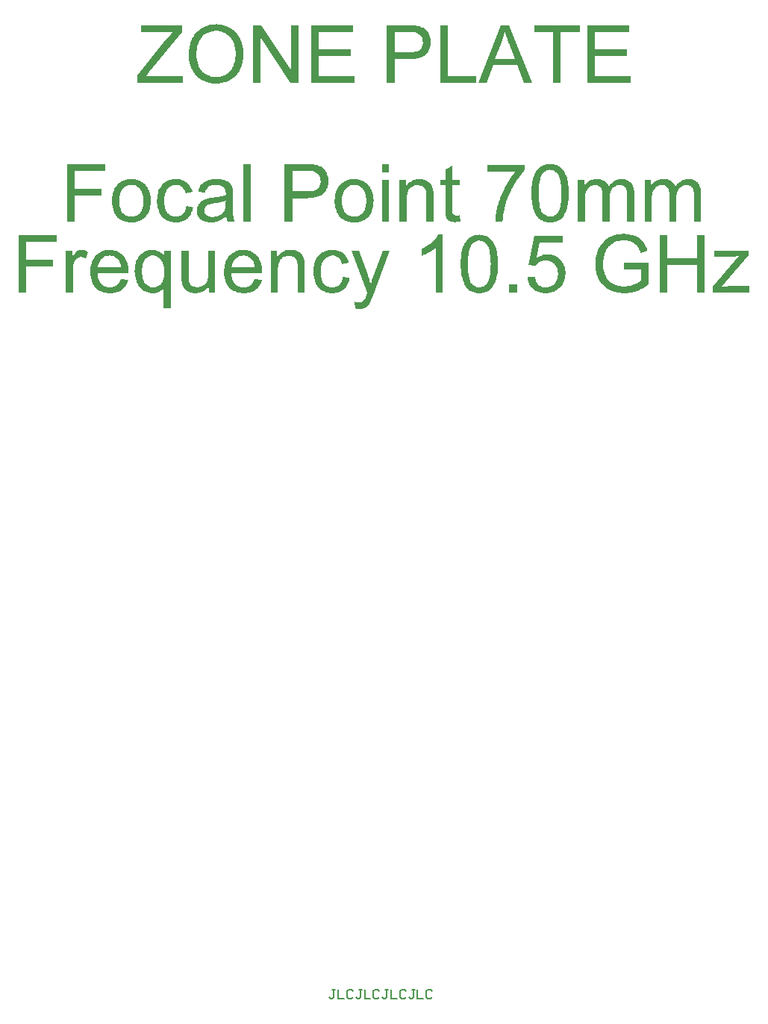
<source format=gto>
G04*
G04 #@! TF.GenerationSoftware,Altium Limited,Altium Designer,19.1.6 (110)*
G04*
G04 Layer_Color=65535*
%FSLAX25Y25*%
%MOIN*%
G70*
G01*
G75*
%ADD10C,0.00787*%
G36*
X-39621Y21329D02*
X-43120D01*
X-56561Y41434D01*
Y21329D01*
X-59810D01*
Y46961D01*
X-56339D01*
X-42870Y26827D01*
Y46961D01*
X-39621D01*
Y21329D01*
D02*
G37*
G36*
X108060Y43934D02*
X92897D01*
Y36103D01*
X107088D01*
Y33076D01*
X92897D01*
Y24356D01*
X108643D01*
Y21329D01*
X89509D01*
Y46961D01*
X108060D01*
Y43934D01*
D02*
G37*
G36*
X85927D02*
X77485D01*
Y21329D01*
X74097D01*
Y43934D01*
X65655D01*
Y46961D01*
X85927D01*
Y43934D01*
D02*
G37*
G36*
X64877Y21329D02*
X61017D01*
X58046Y29077D01*
X47271D01*
X44494Y21329D01*
X40912D01*
X50715Y46961D01*
X54380D01*
X64877Y21329D01*
D02*
G37*
G36*
X27027Y24356D02*
X39662D01*
Y21329D01*
X23639D01*
Y46961D01*
X27027D01*
Y24356D01*
D02*
G37*
G36*
X11004Y46933D02*
X11642Y46905D01*
X12281Y46850D01*
X12892Y46794D01*
X13197Y46766D01*
X13447Y46711D01*
X13475D01*
X13531Y46683D01*
X13642D01*
X13753Y46655D01*
X13919Y46600D01*
X14114Y46572D01*
X14558Y46433D01*
X15058Y46266D01*
X15586Y46044D01*
X16113Y45794D01*
X16613Y45489D01*
X16641D01*
X16669Y45461D01*
X16835Y45322D01*
X17057Y45128D01*
X17363Y44850D01*
X17668Y44517D01*
X18029Y44072D01*
X18363Y43600D01*
X18668Y43017D01*
Y42990D01*
X18696Y42934D01*
X18751Y42851D01*
X18807Y42739D01*
X18862Y42601D01*
X18918Y42406D01*
X19085Y41990D01*
X19223Y41462D01*
X19362Y40879D01*
X19446Y40213D01*
X19473Y39518D01*
Y39490D01*
Y39379D01*
Y39213D01*
X19446Y38963D01*
X19418Y38685D01*
X19362Y38380D01*
X19307Y38019D01*
X19223Y37602D01*
X19112Y37185D01*
X18974Y36741D01*
X18807Y36297D01*
X18585Y35825D01*
X18363Y35353D01*
X18085Y34881D01*
X17752Y34436D01*
X17391Y33992D01*
X17363Y33964D01*
X17280Y33909D01*
X17168Y33798D01*
X16974Y33631D01*
X16752Y33464D01*
X16446Y33270D01*
X16085Y33076D01*
X15669Y32881D01*
X15169Y32659D01*
X14641Y32465D01*
X14003Y32270D01*
X13336Y32104D01*
X12559Y31965D01*
X11726Y31854D01*
X10837Y31770D01*
X9837Y31743D01*
X3283D01*
Y21329D01*
X-104D01*
Y46961D01*
X10448D01*
X11004Y46933D01*
D02*
G37*
G36*
X-15295Y43934D02*
X-30457D01*
Y36103D01*
X-16267D01*
Y33076D01*
X-30457D01*
Y24356D01*
X-14712D01*
Y21329D01*
X-33845D01*
Y46961D01*
X-15295D01*
Y43934D01*
D02*
G37*
G36*
X-91690D02*
X-106103Y26161D01*
X-107630Y24356D01*
X-91273D01*
Y21329D01*
X-111518D01*
Y24467D01*
X-98410Y40851D01*
X-98383Y40879D01*
X-98355Y40935D01*
X-98271Y41018D01*
X-98160Y41157D01*
X-98049Y41295D01*
X-97910Y41490D01*
X-97549Y41906D01*
X-97161Y42379D01*
X-96688Y42906D01*
X-96216Y43434D01*
X-95744Y43934D01*
X-110046D01*
Y46961D01*
X-91690D01*
Y43934D01*
D02*
G37*
G36*
X-75805Y47377D02*
X-75472Y47349D01*
X-75111Y47322D01*
X-74722Y47266D01*
X-74278Y47183D01*
X-73778Y47099D01*
X-73278Y46988D01*
X-72751Y46850D01*
X-72195Y46683D01*
X-71640Y46488D01*
X-71085Y46266D01*
X-70557Y46016D01*
X-70002Y45711D01*
X-69974Y45683D01*
X-69863Y45628D01*
X-69724Y45544D01*
X-69529Y45406D01*
X-69279Y45239D01*
X-69030Y45017D01*
X-68724Y44767D01*
X-68391Y44489D01*
X-68030Y44156D01*
X-67669Y43795D01*
X-67308Y43406D01*
X-66947Y42990D01*
X-66614Y42545D01*
X-66253Y42045D01*
X-65947Y41518D01*
X-65642Y40962D01*
X-65614Y40935D01*
X-65586Y40823D01*
X-65503Y40657D01*
X-65420Y40435D01*
X-65281Y40157D01*
X-65170Y39796D01*
X-65031Y39407D01*
X-64892Y38963D01*
X-64753Y38491D01*
X-64614Y37963D01*
X-64475Y37380D01*
X-64364Y36797D01*
X-64281Y36158D01*
X-64198Y35492D01*
X-64170Y34825D01*
X-64142Y34103D01*
Y34047D01*
Y33936D01*
Y33714D01*
X-64170Y33437D01*
X-64198Y33103D01*
X-64225Y32715D01*
X-64281Y32270D01*
X-64337Y31770D01*
X-64420Y31243D01*
X-64531Y30687D01*
X-64642Y30104D01*
X-64808Y29521D01*
X-65003Y28910D01*
X-65197Y28327D01*
X-65447Y27716D01*
X-65725Y27133D01*
X-65753Y27105D01*
X-65808Y26994D01*
X-65892Y26827D01*
X-66003Y26633D01*
X-66169Y26383D01*
X-66364Y26077D01*
X-66614Y25744D01*
X-66864Y25383D01*
X-67169Y25022D01*
X-67502Y24633D01*
X-67891Y24245D01*
X-68280Y23856D01*
X-68696Y23495D01*
X-69168Y23134D01*
X-69668Y22773D01*
X-70196Y22467D01*
X-70224Y22440D01*
X-70335Y22412D01*
X-70474Y22329D01*
X-70696Y22218D01*
X-70973Y22106D01*
X-71279Y21968D01*
X-71640Y21829D01*
X-72057Y21690D01*
X-72501Y21551D01*
X-72973Y21412D01*
X-73501Y21273D01*
X-74028Y21162D01*
X-75195Y20968D01*
X-75805Y20940D01*
X-76416Y20912D01*
X-76777D01*
X-77027Y20940D01*
X-77333Y20968D01*
X-77722Y20996D01*
X-78110Y21051D01*
X-78583Y21135D01*
X-79054Y21218D01*
X-79582Y21329D01*
X-80110Y21468D01*
X-80665Y21634D01*
X-81221Y21829D01*
X-81776Y22079D01*
X-82331Y22329D01*
X-82887Y22634D01*
X-82915Y22662D01*
X-82998Y22717D01*
X-83165Y22828D01*
X-83359Y22967D01*
X-83581Y23134D01*
X-83859Y23356D01*
X-84164Y23606D01*
X-84497Y23884D01*
X-84859Y24217D01*
X-85192Y24578D01*
X-85553Y24967D01*
X-85914Y25383D01*
X-86275Y25855D01*
X-86608Y26327D01*
X-86914Y26855D01*
X-87219Y27411D01*
X-87247Y27438D01*
X-87274Y27549D01*
X-87358Y27716D01*
X-87441Y27938D01*
X-87552Y28216D01*
X-87663Y28549D01*
X-87802Y28910D01*
X-87941Y29354D01*
X-88080Y29799D01*
X-88219Y30299D01*
X-88330Y30826D01*
X-88441Y31382D01*
X-88607Y32548D01*
X-88635Y33187D01*
X-88663Y33798D01*
Y33825D01*
Y33881D01*
Y33964D01*
Y34075D01*
X-88635Y34242D01*
Y34409D01*
X-88607Y34853D01*
X-88552Y35381D01*
X-88469Y36019D01*
X-88385Y36686D01*
X-88246Y37435D01*
X-88052Y38241D01*
X-87830Y39046D01*
X-87552Y39879D01*
X-87219Y40712D01*
X-86830Y41545D01*
X-86386Y42323D01*
X-85858Y43101D01*
X-85247Y43795D01*
X-85220Y43823D01*
X-85081Y43961D01*
X-84886Y44128D01*
X-84636Y44350D01*
X-84275Y44628D01*
X-83886Y44933D01*
X-83414Y45267D01*
X-82859Y45600D01*
X-82248Y45933D01*
X-81582Y46266D01*
X-80860Y46572D01*
X-80054Y46850D01*
X-79221Y47072D01*
X-78333Y47238D01*
X-77388Y47377D01*
X-76389Y47405D01*
X-76055D01*
X-75805Y47377D01*
D02*
G37*
G36*
X798Y-18638D02*
X-2340D01*
Y-15055D01*
X798D01*
Y-18638D01*
D02*
G37*
G36*
X14739Y-21720D02*
X14905D01*
X15322Y-21776D01*
X15794Y-21831D01*
X16321Y-21942D01*
X16849Y-22109D01*
X17377Y-22303D01*
X17405D01*
X17432Y-22331D01*
X17599Y-22414D01*
X17849Y-22553D01*
X18182Y-22720D01*
X18515Y-22970D01*
X18876Y-23220D01*
X19210Y-23525D01*
X19487Y-23886D01*
X19515Y-23942D01*
X19598Y-24053D01*
X19710Y-24275D01*
X19876Y-24553D01*
X20043Y-24886D01*
X20181Y-25275D01*
X20348Y-25719D01*
X20459Y-26219D01*
Y-26247D01*
X20487Y-26386D01*
X20515Y-26608D01*
X20570Y-26913D01*
X20598Y-27330D01*
Y-27580D01*
X20626Y-27857D01*
Y-28163D01*
X20654Y-28524D01*
Y-28885D01*
Y-29274D01*
Y-40687D01*
X17516D01*
Y-29385D01*
Y-29357D01*
Y-29301D01*
Y-29190D01*
Y-29079D01*
Y-28913D01*
X17488Y-28718D01*
X17460Y-28302D01*
X17432Y-27830D01*
X17349Y-27358D01*
X17266Y-26913D01*
X17127Y-26524D01*
X17099Y-26469D01*
X17043Y-26358D01*
X16960Y-26191D01*
X16821Y-25969D01*
X16655Y-25719D01*
X16433Y-25469D01*
X16155Y-25219D01*
X15822Y-24997D01*
X15794Y-24969D01*
X15655Y-24914D01*
X15461Y-24803D01*
X15211Y-24692D01*
X14877Y-24608D01*
X14516Y-24497D01*
X14100Y-24442D01*
X13628Y-24414D01*
X13433D01*
X13295Y-24442D01*
X13128D01*
X12906Y-24469D01*
X12434Y-24580D01*
X11906Y-24719D01*
X11323Y-24941D01*
X10740Y-25275D01*
X10434Y-25469D01*
X10157Y-25691D01*
X10129Y-25719D01*
X10101Y-25747D01*
X10018Y-25830D01*
X9934Y-25941D01*
X9823Y-26108D01*
X9712Y-26274D01*
X9573Y-26497D01*
X9435Y-26774D01*
X9296Y-27080D01*
X9157Y-27441D01*
X9046Y-27830D01*
X8935Y-28274D01*
X8851Y-28774D01*
X8768Y-29301D01*
X8740Y-29912D01*
X8713Y-30551D01*
Y-40687D01*
X5574D01*
Y-22109D01*
X8407D01*
Y-24775D01*
X8435Y-24747D01*
X8490Y-24636D01*
X8629Y-24497D01*
X8796Y-24303D01*
X8990Y-24053D01*
X9240Y-23803D01*
X9546Y-23525D01*
X9907Y-23220D01*
X10295Y-22942D01*
X10740Y-22664D01*
X11212Y-22414D01*
X11739Y-22164D01*
X12323Y-21970D01*
X12934Y-21831D01*
X13600Y-21720D01*
X14294Y-21692D01*
X14572D01*
X14739Y-21720D01*
D02*
G37*
G36*
X134872D02*
X135122Y-21748D01*
X135371Y-21776D01*
X135677Y-21831D01*
X136010Y-21887D01*
X136677Y-22081D01*
X137399Y-22359D01*
X137732Y-22525D01*
X138065Y-22720D01*
X138398Y-22970D01*
X138676Y-23247D01*
X138704Y-23275D01*
X138732Y-23331D01*
X138815Y-23414D01*
X138898Y-23525D01*
X139037Y-23692D01*
X139148Y-23886D01*
X139287Y-24136D01*
X139426Y-24414D01*
X139565Y-24719D01*
X139704Y-25053D01*
X139842Y-25441D01*
X139954Y-25858D01*
X140037Y-26330D01*
X140120Y-26830D01*
X140148Y-27358D01*
X140176Y-27941D01*
Y-40687D01*
X137038D01*
Y-28996D01*
Y-28968D01*
Y-28913D01*
Y-28802D01*
Y-28690D01*
X137010Y-28357D01*
Y-27941D01*
X136954Y-27496D01*
X136899Y-27052D01*
X136843Y-26636D01*
X136732Y-26274D01*
Y-26247D01*
X136677Y-26136D01*
X136593Y-25997D01*
X136482Y-25802D01*
X136316Y-25580D01*
X136149Y-25358D01*
X135899Y-25136D01*
X135621Y-24941D01*
X135594Y-24914D01*
X135483Y-24858D01*
X135316Y-24775D01*
X135094Y-24664D01*
X134816Y-24580D01*
X134483Y-24497D01*
X134122Y-24442D01*
X133733Y-24414D01*
X133539D01*
X133400Y-24442D01*
X133233D01*
X133039Y-24469D01*
X132595Y-24580D01*
X132067Y-24719D01*
X131511Y-24969D01*
X130984Y-25275D01*
X130706Y-25497D01*
X130456Y-25719D01*
Y-25747D01*
X130401Y-25775D01*
X130345Y-25858D01*
X130262Y-25969D01*
X130151Y-26108D01*
X130040Y-26274D01*
X129929Y-26497D01*
X129817Y-26719D01*
X129679Y-26996D01*
X129568Y-27302D01*
X129456Y-27663D01*
X129345Y-28024D01*
X129262Y-28440D01*
X129207Y-28913D01*
X129179Y-29385D01*
X129151Y-29912D01*
Y-40687D01*
X126013D01*
Y-28635D01*
Y-28607D01*
Y-28552D01*
Y-28440D01*
Y-28274D01*
X125985Y-28107D01*
Y-27913D01*
X125930Y-27441D01*
X125819Y-26941D01*
X125680Y-26413D01*
X125485Y-25914D01*
X125235Y-25469D01*
X125208Y-25414D01*
X125097Y-25302D01*
X124902Y-25136D01*
X124652Y-24941D01*
X124291Y-24747D01*
X123875Y-24580D01*
X123347Y-24469D01*
X122736Y-24414D01*
X122514D01*
X122264Y-24442D01*
X121931Y-24497D01*
X121542Y-24580D01*
X121125Y-24719D01*
X120709Y-24886D01*
X120265Y-25136D01*
X120209Y-25164D01*
X120070Y-25275D01*
X119876Y-25414D01*
X119654Y-25664D01*
X119376Y-25941D01*
X119098Y-26302D01*
X118848Y-26719D01*
X118626Y-27191D01*
Y-27219D01*
X118598Y-27246D01*
X118571Y-27330D01*
X118543Y-27441D01*
X118515Y-27580D01*
X118460Y-27746D01*
X118432Y-27941D01*
X118376Y-28163D01*
X118321Y-28440D01*
X118293Y-28718D01*
X118237Y-29024D01*
X118210Y-29385D01*
X118182Y-29746D01*
X118154Y-30162D01*
X118126Y-30579D01*
Y-31051D01*
Y-40687D01*
X114988D01*
Y-22109D01*
X117793D01*
Y-24692D01*
X117849Y-24664D01*
X117960Y-24497D01*
X118154Y-24247D01*
X118432Y-23942D01*
X118765Y-23581D01*
X119154Y-23220D01*
X119598Y-22859D01*
X120126Y-22525D01*
X120153D01*
X120181Y-22498D01*
X120265Y-22442D01*
X120376Y-22387D01*
X120515Y-22331D01*
X120681Y-22248D01*
X121070Y-22109D01*
X121570Y-21942D01*
X122125Y-21831D01*
X122764Y-21720D01*
X123430Y-21692D01*
X123764D01*
X123958Y-21720D01*
X124152Y-21748D01*
X124625Y-21803D01*
X125152Y-21915D01*
X125707Y-22053D01*
X126263Y-22276D01*
X126791Y-22553D01*
X126818D01*
X126846Y-22581D01*
X127013Y-22720D01*
X127235Y-22914D01*
X127540Y-23164D01*
X127846Y-23525D01*
X128151Y-23914D01*
X128429Y-24386D01*
X128679Y-24941D01*
X128707Y-24914D01*
X128790Y-24803D01*
X128901Y-24636D01*
X129095Y-24442D01*
X129290Y-24192D01*
X129568Y-23914D01*
X129873Y-23608D01*
X130234Y-23303D01*
X130623Y-23025D01*
X131067Y-22720D01*
X131539Y-22442D01*
X132039Y-22192D01*
X132595Y-21998D01*
X133178Y-21831D01*
X133789Y-21720D01*
X134427Y-21692D01*
X134705D01*
X134872Y-21720D01*
D02*
G37*
G36*
X105047D02*
X105297Y-21748D01*
X105546Y-21776D01*
X105852Y-21831D01*
X106185Y-21887D01*
X106852Y-22081D01*
X107574Y-22359D01*
X107907Y-22525D01*
X108240Y-22720D01*
X108573Y-22970D01*
X108851Y-23247D01*
X108879Y-23275D01*
X108907Y-23331D01*
X108990Y-23414D01*
X109073Y-23525D01*
X109212Y-23692D01*
X109323Y-23886D01*
X109462Y-24136D01*
X109601Y-24414D01*
X109740Y-24719D01*
X109879Y-25053D01*
X110018Y-25441D01*
X110129Y-25858D01*
X110212Y-26330D01*
X110295Y-26830D01*
X110323Y-27358D01*
X110351Y-27941D01*
Y-40687D01*
X107213D01*
Y-28996D01*
Y-28968D01*
Y-28913D01*
Y-28802D01*
Y-28690D01*
X107185Y-28357D01*
Y-27941D01*
X107129Y-27496D01*
X107074Y-27052D01*
X107018Y-26636D01*
X106907Y-26274D01*
Y-26247D01*
X106852Y-26136D01*
X106768Y-25997D01*
X106657Y-25802D01*
X106491Y-25580D01*
X106324Y-25358D01*
X106074Y-25136D01*
X105797Y-24941D01*
X105769Y-24914D01*
X105658Y-24858D01*
X105491Y-24775D01*
X105269Y-24664D01*
X104991Y-24580D01*
X104658Y-24497D01*
X104297Y-24442D01*
X103908Y-24414D01*
X103714D01*
X103575Y-24442D01*
X103408D01*
X103214Y-24469D01*
X102769Y-24580D01*
X102242Y-24719D01*
X101687Y-24969D01*
X101159Y-25275D01*
X100881Y-25497D01*
X100631Y-25719D01*
Y-25747D01*
X100576Y-25775D01*
X100520Y-25858D01*
X100437Y-25969D01*
X100326Y-26108D01*
X100215Y-26274D01*
X100104Y-26497D01*
X99993Y-26719D01*
X99854Y-26996D01*
X99743Y-27302D01*
X99632Y-27663D01*
X99520Y-28024D01*
X99437Y-28440D01*
X99382Y-28913D01*
X99354Y-29385D01*
X99326Y-29912D01*
Y-40687D01*
X96188D01*
Y-28635D01*
Y-28607D01*
Y-28552D01*
Y-28440D01*
Y-28274D01*
X96160Y-28107D01*
Y-27913D01*
X96105Y-27441D01*
X95994Y-26941D01*
X95855Y-26413D01*
X95660Y-25914D01*
X95411Y-25469D01*
X95383Y-25414D01*
X95272Y-25302D01*
X95077Y-25136D01*
X94827Y-24941D01*
X94466Y-24747D01*
X94050Y-24580D01*
X93522Y-24469D01*
X92911Y-24414D01*
X92689D01*
X92439Y-24442D01*
X92106Y-24497D01*
X91717Y-24580D01*
X91300Y-24719D01*
X90884Y-24886D01*
X90440Y-25136D01*
X90384Y-25164D01*
X90245Y-25275D01*
X90051Y-25414D01*
X89829Y-25664D01*
X89551Y-25941D01*
X89273Y-26302D01*
X89023Y-26719D01*
X88801Y-27191D01*
Y-27219D01*
X88774Y-27246D01*
X88746Y-27330D01*
X88718Y-27441D01*
X88690Y-27580D01*
X88635Y-27746D01*
X88607Y-27941D01*
X88551Y-28163D01*
X88496Y-28440D01*
X88468Y-28718D01*
X88412Y-29024D01*
X88385Y-29385D01*
X88357Y-29746D01*
X88329Y-30162D01*
X88301Y-30579D01*
Y-31051D01*
Y-40687D01*
X85163D01*
Y-22109D01*
X87968D01*
Y-24692D01*
X88024Y-24664D01*
X88135Y-24497D01*
X88329Y-24247D01*
X88607Y-23942D01*
X88940Y-23581D01*
X89329Y-23220D01*
X89773Y-22859D01*
X90301Y-22525D01*
X90329D01*
X90356Y-22498D01*
X90440Y-22442D01*
X90551Y-22387D01*
X90690Y-22331D01*
X90856Y-22248D01*
X91245Y-22109D01*
X91745Y-21942D01*
X92300Y-21831D01*
X92939Y-21720D01*
X93605Y-21692D01*
X93939D01*
X94133Y-21720D01*
X94327Y-21748D01*
X94800Y-21803D01*
X95327Y-21915D01*
X95883Y-22053D01*
X96438Y-22276D01*
X96966Y-22553D01*
X96993D01*
X97021Y-22581D01*
X97188Y-22720D01*
X97410Y-22914D01*
X97715Y-23164D01*
X98021Y-23525D01*
X98326Y-23914D01*
X98604Y-24386D01*
X98854Y-24941D01*
X98882Y-24914D01*
X98965Y-24803D01*
X99076Y-24636D01*
X99270Y-24442D01*
X99465Y-24192D01*
X99743Y-23914D01*
X100048Y-23608D01*
X100409Y-23303D01*
X100798Y-23025D01*
X101242Y-22720D01*
X101714Y-22442D01*
X102214Y-22192D01*
X102769Y-21998D01*
X103353Y-21831D01*
X103964Y-21720D01*
X104602Y-21692D01*
X104880D01*
X105047Y-21720D01*
D02*
G37*
G36*
X-93870D02*
X-93620Y-21748D01*
X-93314Y-21776D01*
X-92981Y-21831D01*
X-92620Y-21887D01*
X-91843Y-22081D01*
X-91009Y-22359D01*
X-90593Y-22525D01*
X-90176Y-22720D01*
X-89788Y-22970D01*
X-89427Y-23247D01*
X-89399Y-23275D01*
X-89343Y-23331D01*
X-89232Y-23414D01*
X-89121Y-23525D01*
X-88955Y-23692D01*
X-88788Y-23886D01*
X-88594Y-24108D01*
X-88399Y-24358D01*
X-88177Y-24664D01*
X-87983Y-24969D01*
X-87760Y-25330D01*
X-87566Y-25719D01*
X-87399Y-26136D01*
X-87233Y-26580D01*
X-87066Y-27080D01*
X-86955Y-27580D01*
X-90010Y-28052D01*
Y-28024D01*
X-90038Y-27968D01*
X-90065Y-27885D01*
X-90093Y-27746D01*
X-90204Y-27413D01*
X-90371Y-26996D01*
X-90593Y-26552D01*
X-90843Y-26080D01*
X-91176Y-25636D01*
X-91565Y-25247D01*
X-91620Y-25191D01*
X-91759Y-25080D01*
X-92009Y-24941D01*
X-92315Y-24747D01*
X-92703Y-24580D01*
X-93148Y-24414D01*
X-93676Y-24303D01*
X-94231Y-24275D01*
X-94453D01*
X-94620Y-24303D01*
X-94842Y-24331D01*
X-95064Y-24358D01*
X-95619Y-24497D01*
X-96230Y-24692D01*
X-96536Y-24830D01*
X-96869Y-24997D01*
X-97175Y-25191D01*
X-97508Y-25441D01*
X-97813Y-25691D01*
X-98091Y-25997D01*
X-98119Y-26024D01*
X-98146Y-26080D01*
X-98230Y-26163D01*
X-98313Y-26330D01*
X-98424Y-26497D01*
X-98563Y-26719D01*
X-98702Y-26996D01*
X-98813Y-27302D01*
X-98952Y-27663D01*
X-99091Y-28052D01*
X-99229Y-28496D01*
X-99340Y-28996D01*
X-99424Y-29524D01*
X-99507Y-30079D01*
X-99535Y-30718D01*
X-99563Y-31384D01*
Y-31412D01*
Y-31551D01*
Y-31745D01*
X-99535Y-31995D01*
X-99507Y-32301D01*
X-99479Y-32662D01*
X-99452Y-33050D01*
X-99396Y-33467D01*
X-99229Y-34356D01*
X-98952Y-35272D01*
X-98813Y-35688D01*
X-98619Y-36105D01*
X-98396Y-36494D01*
X-98146Y-36827D01*
X-98119Y-36855D01*
X-98091Y-36910D01*
X-98008Y-36994D01*
X-97896Y-37077D01*
X-97730Y-37216D01*
X-97563Y-37355D01*
X-97369Y-37521D01*
X-97147Y-37660D01*
X-96591Y-37993D01*
X-95953Y-38243D01*
X-95592Y-38354D01*
X-95231Y-38438D01*
X-94814Y-38493D01*
X-94397Y-38521D01*
X-94231D01*
X-94092Y-38493D01*
X-93925D01*
X-93759Y-38465D01*
X-93314Y-38382D01*
X-92842Y-38243D01*
X-92315Y-38049D01*
X-91815Y-37771D01*
X-91315Y-37410D01*
X-91287Y-37383D01*
X-91259Y-37355D01*
X-91121Y-37188D01*
X-90899Y-36910D01*
X-90787Y-36744D01*
X-90649Y-36549D01*
X-90510Y-36299D01*
X-90371Y-36050D01*
X-90260Y-35772D01*
X-90121Y-35439D01*
X-90010Y-35105D01*
X-89899Y-34717D01*
X-89815Y-34328D01*
X-89732Y-33883D01*
X-86650Y-34300D01*
Y-34328D01*
X-86677Y-34439D01*
X-86705Y-34606D01*
X-86761Y-34828D01*
X-86844Y-35105D01*
X-86927Y-35411D01*
X-87038Y-35744D01*
X-87177Y-36133D01*
X-87511Y-36910D01*
X-87733Y-37327D01*
X-87983Y-37743D01*
X-88232Y-38160D01*
X-88538Y-38577D01*
X-88899Y-38938D01*
X-89260Y-39299D01*
X-89288Y-39326D01*
X-89343Y-39382D01*
X-89482Y-39465D01*
X-89621Y-39576D01*
X-89843Y-39715D01*
X-90065Y-39882D01*
X-90371Y-40021D01*
X-90676Y-40187D01*
X-91037Y-40382D01*
X-91426Y-40521D01*
X-91843Y-40687D01*
X-92287Y-40826D01*
X-92787Y-40937D01*
X-93287Y-41020D01*
X-93814Y-41076D01*
X-94370Y-41104D01*
X-94536D01*
X-94731Y-41076D01*
X-95008D01*
X-95314Y-41020D01*
X-95703Y-40965D01*
X-96119Y-40909D01*
X-96564Y-40798D01*
X-97036Y-40659D01*
X-97536Y-40493D01*
X-98035Y-40298D01*
X-98563Y-40048D01*
X-99063Y-39771D01*
X-99563Y-39437D01*
X-100035Y-39076D01*
X-100479Y-38632D01*
X-100507Y-38604D01*
X-100590Y-38521D01*
X-100701Y-38382D01*
X-100840Y-38160D01*
X-101007Y-37910D01*
X-101201Y-37605D01*
X-101423Y-37216D01*
X-101618Y-36799D01*
X-101840Y-36327D01*
X-102062Y-35800D01*
X-102256Y-35216D01*
X-102423Y-34578D01*
X-102562Y-33883D01*
X-102673Y-33134D01*
X-102756Y-32328D01*
X-102784Y-31495D01*
Y-31468D01*
Y-31356D01*
Y-31190D01*
X-102756Y-30995D01*
Y-30718D01*
X-102728Y-30412D01*
X-102701Y-30079D01*
X-102673Y-29690D01*
X-102534Y-28885D01*
X-102367Y-27996D01*
X-102145Y-27080D01*
X-101812Y-26219D01*
Y-26191D01*
X-101757Y-26108D01*
X-101701Y-25997D01*
X-101618Y-25858D01*
X-101507Y-25664D01*
X-101395Y-25441D01*
X-101062Y-24941D01*
X-100646Y-24414D01*
X-100118Y-23831D01*
X-99507Y-23303D01*
X-98785Y-22831D01*
X-98757D01*
X-98702Y-22775D01*
X-98591Y-22720D01*
X-98424Y-22664D01*
X-98230Y-22553D01*
X-98008Y-22470D01*
X-97758Y-22359D01*
X-97480Y-22248D01*
X-97147Y-22164D01*
X-96813Y-22053D01*
X-96064Y-21859D01*
X-95231Y-21748D01*
X-94370Y-21692D01*
X-94064D01*
X-93870Y-21720D01*
D02*
G37*
G36*
X61281Y-17860D02*
X61253Y-17888D01*
X61170Y-17971D01*
X61031Y-18138D01*
X60865Y-18332D01*
X60642Y-18610D01*
X60365Y-18915D01*
X60087Y-19276D01*
X59754Y-19693D01*
X59393Y-20165D01*
X59004Y-20693D01*
X58587Y-21276D01*
X58171Y-21887D01*
X57754Y-22525D01*
X57310Y-23247D01*
X56838Y-23997D01*
X56394Y-24775D01*
X56366Y-24830D01*
X56283Y-24969D01*
X56172Y-25191D01*
X56005Y-25525D01*
X55810Y-25914D01*
X55560Y-26386D01*
X55311Y-26913D01*
X55033Y-27496D01*
X54755Y-28135D01*
X54450Y-28829D01*
X54144Y-29579D01*
X53839Y-30329D01*
X53533Y-31134D01*
X53228Y-31967D01*
X52700Y-33661D01*
Y-33689D01*
X52672Y-33800D01*
X52617Y-33994D01*
X52561Y-34217D01*
X52478Y-34522D01*
X52395Y-34883D01*
X52284Y-35300D01*
X52200Y-35744D01*
X52089Y-36244D01*
X52006Y-36799D01*
X51895Y-37383D01*
X51812Y-37993D01*
X51701Y-38632D01*
X51617Y-39299D01*
X51506Y-40687D01*
X48285D01*
Y-40659D01*
Y-40548D01*
Y-40382D01*
X48313Y-40159D01*
X48340Y-39854D01*
X48368Y-39521D01*
X48396Y-39104D01*
X48451Y-38660D01*
X48507Y-38132D01*
X48590Y-37605D01*
X48674Y-36994D01*
X48785Y-36355D01*
X48924Y-35661D01*
X49062Y-34939D01*
X49257Y-34189D01*
X49451Y-33411D01*
X49479Y-33356D01*
X49507Y-33217D01*
X49562Y-32995D01*
X49673Y-32689D01*
X49784Y-32301D01*
X49923Y-31828D01*
X50090Y-31329D01*
X50284Y-30773D01*
X50506Y-30162D01*
X50756Y-29496D01*
X51006Y-28802D01*
X51312Y-28107D01*
X51950Y-26636D01*
X52700Y-25136D01*
X52728Y-25080D01*
X52811Y-24969D01*
X52922Y-24747D01*
X53061Y-24469D01*
X53283Y-24136D01*
X53506Y-23747D01*
X53783Y-23303D01*
X54061Y-22803D01*
X54394Y-22303D01*
X54755Y-21748D01*
X55533Y-20637D01*
X56366Y-19499D01*
X56810Y-18943D01*
X57254Y-18416D01*
X44703D01*
Y-15389D01*
X61281D01*
Y-17860D01*
D02*
G37*
G36*
X798Y-40687D02*
X-2340D01*
Y-22109D01*
X798D01*
Y-40687D01*
D02*
G37*
G36*
X-34664Y-15083D02*
X-34025Y-15111D01*
X-33387Y-15167D01*
X-32776Y-15222D01*
X-32470Y-15250D01*
X-32220Y-15305D01*
X-32193D01*
X-32137Y-15333D01*
X-32026D01*
X-31915Y-15361D01*
X-31748Y-15416D01*
X-31554Y-15444D01*
X-31110Y-15583D01*
X-30610Y-15750D01*
X-30082Y-15972D01*
X-29555Y-16222D01*
X-29055Y-16527D01*
X-29027D01*
X-28999Y-16555D01*
X-28833Y-16694D01*
X-28610Y-16888D01*
X-28305Y-17166D01*
X-27999Y-17499D01*
X-27638Y-17943D01*
X-27305Y-18416D01*
X-27000Y-18999D01*
Y-19026D01*
X-26972Y-19082D01*
X-26916Y-19165D01*
X-26861Y-19276D01*
X-26805Y-19415D01*
X-26750Y-19610D01*
X-26583Y-20026D01*
X-26444Y-20554D01*
X-26305Y-21137D01*
X-26222Y-21803D01*
X-26194Y-22498D01*
Y-22525D01*
Y-22637D01*
Y-22803D01*
X-26222Y-23053D01*
X-26250Y-23331D01*
X-26305Y-23636D01*
X-26361Y-23997D01*
X-26444Y-24414D01*
X-26555Y-24830D01*
X-26694Y-25275D01*
X-26861Y-25719D01*
X-27083Y-26191D01*
X-27305Y-26663D01*
X-27583Y-27135D01*
X-27916Y-27580D01*
X-28277Y-28024D01*
X-28305Y-28052D01*
X-28388Y-28107D01*
X-28499Y-28218D01*
X-28694Y-28385D01*
X-28916Y-28552D01*
X-29221Y-28746D01*
X-29582Y-28940D01*
X-29999Y-29135D01*
X-30499Y-29357D01*
X-31026Y-29551D01*
X-31665Y-29746D01*
X-32331Y-29912D01*
X-33109Y-30051D01*
X-33942Y-30162D01*
X-34831Y-30246D01*
X-35831Y-30273D01*
X-42384D01*
Y-40687D01*
X-45772D01*
Y-15055D01*
X-35220D01*
X-34664Y-15083D01*
D02*
G37*
G36*
X-60990Y-40687D02*
X-64128D01*
Y-15055D01*
X-60990D01*
Y-40687D01*
D02*
G37*
G36*
X-75514Y-21720D02*
X-75264D01*
X-74736Y-21776D01*
X-74125Y-21831D01*
X-73487Y-21942D01*
X-72848Y-22081D01*
X-72265Y-22276D01*
X-72237D01*
X-72209Y-22303D01*
X-72126Y-22331D01*
X-72015Y-22387D01*
X-71765Y-22498D01*
X-71432Y-22664D01*
X-71071Y-22859D01*
X-70710Y-23109D01*
X-70376Y-23386D01*
X-70071Y-23692D01*
X-70043Y-23720D01*
X-69960Y-23831D01*
X-69821Y-24025D01*
X-69682Y-24275D01*
X-69516Y-24580D01*
X-69349Y-24941D01*
X-69182Y-25358D01*
X-69071Y-25830D01*
Y-25858D01*
X-69043Y-25997D01*
X-69016Y-26191D01*
X-68988Y-26497D01*
X-68960Y-26885D01*
X-68932Y-27385D01*
Y-27691D01*
X-68905Y-27996D01*
Y-28330D01*
Y-28718D01*
Y-32912D01*
Y-32967D01*
Y-33106D01*
Y-33328D01*
Y-33606D01*
Y-33967D01*
Y-34356D01*
X-68877Y-34800D01*
Y-35244D01*
X-68849Y-36188D01*
Y-36660D01*
X-68821Y-37105D01*
X-68793Y-37521D01*
X-68766Y-37882D01*
X-68738Y-38216D01*
X-68710Y-38465D01*
Y-38521D01*
X-68682Y-38660D01*
X-68627Y-38882D01*
X-68544Y-39187D01*
X-68432Y-39521D01*
X-68294Y-39882D01*
X-68127Y-40298D01*
X-67933Y-40687D01*
X-71210D01*
X-71237Y-40632D01*
X-71293Y-40521D01*
X-71376Y-40298D01*
X-71460Y-40021D01*
X-71570Y-39687D01*
X-71682Y-39299D01*
X-71765Y-38854D01*
X-71820Y-38354D01*
X-71848Y-38382D01*
X-71904Y-38410D01*
X-71987Y-38493D01*
X-72126Y-38604D01*
X-72293Y-38715D01*
X-72459Y-38882D01*
X-72904Y-39187D01*
X-73431Y-39549D01*
X-73987Y-39909D01*
X-74598Y-40215D01*
X-75208Y-40493D01*
X-75236D01*
X-75292Y-40521D01*
X-75375Y-40548D01*
X-75486Y-40576D01*
X-75625Y-40632D01*
X-75819Y-40687D01*
X-76236Y-40798D01*
X-76763Y-40909D01*
X-77347Y-41020D01*
X-77985Y-41076D01*
X-78680Y-41104D01*
X-78985D01*
X-79180Y-41076D01*
X-79429Y-41048D01*
X-79735Y-41020D01*
X-80068Y-40993D01*
X-80401Y-40909D01*
X-81179Y-40743D01*
X-81956Y-40493D01*
X-82318Y-40326D01*
X-82706Y-40104D01*
X-83039Y-39882D01*
X-83373Y-39632D01*
X-83400Y-39604D01*
X-83456Y-39549D01*
X-83512Y-39465D01*
X-83623Y-39354D01*
X-83762Y-39215D01*
X-83900Y-39021D01*
X-84039Y-38827D01*
X-84178Y-38577D01*
X-84484Y-38049D01*
X-84761Y-37383D01*
X-84872Y-37021D01*
X-84928Y-36633D01*
X-84983Y-36216D01*
X-85011Y-35800D01*
Y-35772D01*
Y-35744D01*
Y-35577D01*
X-84983Y-35300D01*
X-84928Y-34966D01*
X-84872Y-34578D01*
X-84761Y-34161D01*
X-84595Y-33745D01*
X-84400Y-33300D01*
X-84373Y-33245D01*
X-84289Y-33106D01*
X-84150Y-32912D01*
X-83956Y-32634D01*
X-83734Y-32356D01*
X-83456Y-32051D01*
X-83151Y-31773D01*
X-82790Y-31495D01*
X-82734Y-31468D01*
X-82595Y-31384D01*
X-82401Y-31245D01*
X-82123Y-31106D01*
X-81790Y-30940D01*
X-81401Y-30773D01*
X-80957Y-30607D01*
X-80512Y-30468D01*
X-80457D01*
X-80346Y-30412D01*
X-80124Y-30384D01*
X-79818Y-30301D01*
X-79429Y-30246D01*
X-78930Y-30162D01*
X-78374Y-30079D01*
X-77708Y-29996D01*
X-77652D01*
X-77541Y-29968D01*
X-77347Y-29940D01*
X-77097Y-29912D01*
X-76763Y-29857D01*
X-76402Y-29801D01*
X-76014Y-29746D01*
X-75569Y-29690D01*
X-74653Y-29524D01*
X-73737Y-29329D01*
X-73292Y-29218D01*
X-72848Y-29107D01*
X-72459Y-28996D01*
X-72098Y-28885D01*
Y-28857D01*
Y-28774D01*
Y-28663D01*
X-72070Y-28552D01*
Y-28274D01*
Y-28163D01*
Y-28080D01*
Y-28052D01*
Y-27996D01*
Y-27885D01*
Y-27774D01*
X-72126Y-27441D01*
X-72181Y-27024D01*
X-72293Y-26580D01*
X-72459Y-26136D01*
X-72681Y-25719D01*
X-72987Y-25386D01*
X-73042Y-25330D01*
X-73098Y-25275D01*
X-73209Y-25219D01*
X-73348Y-25136D01*
X-73487Y-25053D01*
X-73875Y-24830D01*
X-74375Y-24636D01*
X-74986Y-24469D01*
X-75708Y-24358D01*
X-76541Y-24303D01*
X-76902D01*
X-77097Y-24331D01*
X-77291D01*
X-77791Y-24386D01*
X-78319Y-24497D01*
X-78846Y-24636D01*
X-79374Y-24830D01*
X-79818Y-25080D01*
X-79874Y-25108D01*
X-79985Y-25219D01*
X-80179Y-25441D01*
X-80401Y-25719D01*
X-80651Y-26080D01*
X-80929Y-26580D01*
X-81151Y-27135D01*
X-81262Y-27469D01*
X-81373Y-27830D01*
X-84456Y-27413D01*
Y-27385D01*
X-84428Y-27330D01*
X-84400Y-27219D01*
X-84373Y-27080D01*
X-84317Y-26913D01*
X-84261Y-26719D01*
X-84123Y-26274D01*
X-83928Y-25775D01*
X-83706Y-25247D01*
X-83428Y-24719D01*
X-83095Y-24247D01*
Y-24219D01*
X-83039Y-24192D01*
X-82901Y-24053D01*
X-82679Y-23831D01*
X-82373Y-23553D01*
X-81984Y-23247D01*
X-81512Y-22942D01*
X-80957Y-22637D01*
X-80318Y-22359D01*
X-80290D01*
X-80235Y-22331D01*
X-80124Y-22303D01*
X-79985Y-22248D01*
X-79818Y-22192D01*
X-79624Y-22137D01*
X-79374Y-22081D01*
X-79096Y-22026D01*
X-78819Y-21970D01*
X-78485Y-21915D01*
X-77763Y-21803D01*
X-76958Y-21720D01*
X-76097Y-21692D01*
X-75708D01*
X-75514Y-21720D01*
D02*
G37*
G36*
X-125778Y-18082D02*
X-139663D01*
Y-26024D01*
X-127638D01*
Y-29052D01*
X-139663D01*
Y-40687D01*
X-143051D01*
Y-15055D01*
X-125778D01*
Y-18082D01*
D02*
G37*
G36*
X29151Y-22109D02*
X32345D01*
Y-24553D01*
X29151D01*
Y-35439D01*
Y-35466D01*
Y-35494D01*
Y-35661D01*
Y-35883D01*
X29179Y-36161D01*
Y-36438D01*
X29235Y-36716D01*
X29262Y-36966D01*
X29318Y-37160D01*
Y-37188D01*
X29346Y-37216D01*
X29457Y-37383D01*
X29623Y-37577D01*
X29845Y-37771D01*
X29873D01*
X29929Y-37799D01*
X30012Y-37827D01*
X30123Y-37882D01*
X30290Y-37910D01*
X30457Y-37966D01*
X30679Y-37993D01*
X31151D01*
X31317Y-37966D01*
X31512D01*
X31762Y-37938D01*
X32039Y-37910D01*
X32345Y-37882D01*
X32761Y-40659D01*
X32706D01*
X32539Y-40715D01*
X32289Y-40743D01*
X31956Y-40798D01*
X31595Y-40854D01*
X31206Y-40881D01*
X30373Y-40937D01*
X30095D01*
X29790Y-40909D01*
X29401Y-40881D01*
X28957Y-40798D01*
X28512Y-40715D01*
X28096Y-40576D01*
X27707Y-40409D01*
X27679Y-40382D01*
X27568Y-40298D01*
X27402Y-40187D01*
X27180Y-40021D01*
X26957Y-39826D01*
X26735Y-39576D01*
X26541Y-39299D01*
X26374Y-38993D01*
X26346Y-38938D01*
X26319Y-38799D01*
X26291Y-38688D01*
X26263Y-38549D01*
X26235Y-38382D01*
X26208Y-38188D01*
X26152Y-37966D01*
X26124Y-37688D01*
X26097Y-37383D01*
X26069Y-37049D01*
X26041Y-36660D01*
Y-36244D01*
X26013Y-35772D01*
Y-35272D01*
Y-24553D01*
X23681D01*
Y-22109D01*
X26013D01*
Y-17527D01*
X29151Y-15639D01*
Y-22109D01*
D02*
G37*
G36*
X73278Y-15000D02*
X73472Y-15028D01*
X73972Y-15083D01*
X74527Y-15167D01*
X75138Y-15333D01*
X75749Y-15528D01*
X76360Y-15805D01*
X76388D01*
X76444Y-15833D01*
X76527Y-15889D01*
X76638Y-15972D01*
X76916Y-16138D01*
X77277Y-16416D01*
X77693Y-16749D01*
X78110Y-17166D01*
X78554Y-17666D01*
X78943Y-18221D01*
Y-18249D01*
X78998Y-18304D01*
X79026Y-18388D01*
X79110Y-18499D01*
X79193Y-18638D01*
X79304Y-18832D01*
X79387Y-19054D01*
X79526Y-19276D01*
X79776Y-19832D01*
X80026Y-20470D01*
X80304Y-21220D01*
X80526Y-22026D01*
Y-22053D01*
X80554Y-22137D01*
X80581Y-22248D01*
X80609Y-22442D01*
X80665Y-22664D01*
X80720Y-22942D01*
X80776Y-23247D01*
X80831Y-23608D01*
X80859Y-24025D01*
X80914Y-24469D01*
X80970Y-24969D01*
X81026Y-25497D01*
X81053Y-26080D01*
X81081Y-26691D01*
X81109Y-27358D01*
Y-28052D01*
Y-28107D01*
Y-28246D01*
Y-28496D01*
Y-28802D01*
X81081Y-29190D01*
X81053Y-29607D01*
X81026Y-30107D01*
X80998Y-30634D01*
X80942Y-31218D01*
X80887Y-31801D01*
X80720Y-33023D01*
X80470Y-34217D01*
X80331Y-34800D01*
X80165Y-35328D01*
Y-35355D01*
X80109Y-35439D01*
X80081Y-35605D01*
X79998Y-35772D01*
X79887Y-36022D01*
X79776Y-36272D01*
X79637Y-36577D01*
X79470Y-36910D01*
X79082Y-37605D01*
X78610Y-38299D01*
X78054Y-38993D01*
X77721Y-39299D01*
X77388Y-39604D01*
X77360Y-39632D01*
X77304Y-39660D01*
X77193Y-39743D01*
X77055Y-39826D01*
X76888Y-39937D01*
X76666Y-40076D01*
X76416Y-40215D01*
X76110Y-40354D01*
X75805Y-40493D01*
X75444Y-40632D01*
X75083Y-40743D01*
X74666Y-40881D01*
X74222Y-40965D01*
X73750Y-41048D01*
X73278Y-41076D01*
X72750Y-41104D01*
X72584D01*
X72389Y-41076D01*
X72139Y-41048D01*
X71834Y-41020D01*
X71473Y-40965D01*
X71084Y-40881D01*
X70640Y-40770D01*
X70195Y-40632D01*
X69723Y-40465D01*
X69223Y-40243D01*
X68751Y-39993D01*
X68279Y-39687D01*
X67807Y-39326D01*
X67363Y-38938D01*
X66946Y-38465D01*
X66918Y-38438D01*
X66835Y-38327D01*
X66724Y-38132D01*
X66557Y-37855D01*
X66363Y-37494D01*
X66141Y-37077D01*
X65919Y-36549D01*
X65697Y-35966D01*
X65447Y-35272D01*
X65224Y-34522D01*
X65002Y-33661D01*
X64808Y-32717D01*
X64641Y-31690D01*
X64530Y-30579D01*
X64447Y-29357D01*
X64419Y-28052D01*
Y-27996D01*
Y-27857D01*
Y-27607D01*
X64447Y-27302D01*
Y-26913D01*
X64475Y-26469D01*
X64503Y-25969D01*
X64530Y-25441D01*
X64586Y-24858D01*
X64641Y-24275D01*
X64808Y-23053D01*
X65030Y-21859D01*
X65169Y-21276D01*
X65336Y-20748D01*
Y-20720D01*
X65391Y-20637D01*
X65447Y-20470D01*
X65502Y-20276D01*
X65613Y-20054D01*
X65724Y-19776D01*
X65863Y-19499D01*
X66030Y-19165D01*
X66419Y-18471D01*
X66918Y-17777D01*
X67474Y-17083D01*
X67779Y-16777D01*
X68113Y-16472D01*
X68140Y-16444D01*
X68196Y-16416D01*
X68307Y-16333D01*
X68446Y-16250D01*
X68612Y-16111D01*
X68835Y-16000D01*
X69085Y-15861D01*
X69390Y-15722D01*
X69696Y-15583D01*
X70056Y-15444D01*
X70445Y-15305D01*
X70834Y-15194D01*
X71278Y-15111D01*
X71750Y-15028D01*
X72250Y-15000D01*
X72750Y-14972D01*
X73083D01*
X73278Y-15000D01*
D02*
G37*
G36*
X-14392Y-21720D02*
X-14114D01*
X-13781Y-21776D01*
X-13420Y-21831D01*
X-13004Y-21915D01*
X-12531Y-21998D01*
X-12059Y-22137D01*
X-11532Y-22303D01*
X-11032Y-22525D01*
X-10504Y-22748D01*
X-9977Y-23053D01*
X-9477Y-23386D01*
X-8977Y-23775D01*
X-8505Y-24219D01*
X-8477Y-24247D01*
X-8394Y-24331D01*
X-8283Y-24469D01*
X-8116Y-24692D01*
X-7949Y-24941D01*
X-7727Y-25247D01*
X-7505Y-25608D01*
X-7283Y-26024D01*
X-7061Y-26497D01*
X-6839Y-27024D01*
X-6617Y-27580D01*
X-6450Y-28191D01*
X-6283Y-28857D01*
X-6172Y-29579D01*
X-6089Y-30357D01*
X-6061Y-31162D01*
Y-31190D01*
Y-31329D01*
Y-31495D01*
X-6089Y-31745D01*
Y-32051D01*
X-6117Y-32412D01*
X-6144Y-32800D01*
X-6200Y-33217D01*
X-6311Y-34106D01*
X-6505Y-35050D01*
X-6783Y-35966D01*
X-6950Y-36383D01*
X-7144Y-36799D01*
Y-36827D01*
X-7200Y-36883D01*
X-7255Y-36994D01*
X-7339Y-37132D01*
X-7450Y-37299D01*
X-7588Y-37521D01*
X-7949Y-37966D01*
X-8394Y-38493D01*
X-8921Y-39021D01*
X-9560Y-39521D01*
X-10282Y-39993D01*
X-10310D01*
X-10365Y-40048D01*
X-10476Y-40104D01*
X-10643Y-40159D01*
X-10837Y-40243D01*
X-11060Y-40354D01*
X-11310Y-40437D01*
X-11615Y-40548D01*
X-11921Y-40659D01*
X-12282Y-40743D01*
X-13031Y-40937D01*
X-13864Y-41048D01*
X-14753Y-41104D01*
X-14920D01*
X-15114Y-41076D01*
X-15392D01*
X-15725Y-41020D01*
X-16114Y-40965D01*
X-16530Y-40881D01*
X-17003Y-40798D01*
X-17502Y-40659D01*
X-18002Y-40493D01*
X-18530Y-40298D01*
X-19058Y-40048D01*
X-19585Y-39771D01*
X-20085Y-39437D01*
X-20585Y-39049D01*
X-21057Y-38604D01*
X-21085Y-38577D01*
X-21168Y-38493D01*
X-21279Y-38354D01*
X-21418Y-38132D01*
X-21612Y-37882D01*
X-21807Y-37577D01*
X-22029Y-37188D01*
X-22251Y-36772D01*
X-22473Y-36272D01*
X-22695Y-35744D01*
X-22890Y-35161D01*
X-23084Y-34522D01*
X-23223Y-33828D01*
X-23334Y-33078D01*
X-23417Y-32273D01*
X-23445Y-31412D01*
Y-31384D01*
Y-31356D01*
Y-31190D01*
X-23417Y-30912D01*
X-23390Y-30579D01*
X-23362Y-30134D01*
X-23306Y-29635D01*
X-23195Y-29107D01*
X-23084Y-28524D01*
X-22945Y-27913D01*
X-22751Y-27274D01*
X-22501Y-26636D01*
X-22251Y-25997D01*
X-21918Y-25386D01*
X-21529Y-24803D01*
X-21085Y-24275D01*
X-20585Y-23775D01*
X-20557Y-23747D01*
X-20474Y-23692D01*
X-20335Y-23581D01*
X-20168Y-23442D01*
X-19918Y-23303D01*
X-19641Y-23109D01*
X-19335Y-22914D01*
X-18946Y-22720D01*
X-18558Y-22525D01*
X-18113Y-22359D01*
X-17641Y-22164D01*
X-17114Y-22026D01*
X-16558Y-21887D01*
X-16003Y-21776D01*
X-15392Y-21720D01*
X-14753Y-21692D01*
X-14586D01*
X-14392Y-21720D01*
D02*
G37*
G36*
X-113892D02*
X-113614D01*
X-113281Y-21776D01*
X-112920Y-21831D01*
X-112504Y-21915D01*
X-112031Y-21998D01*
X-111559Y-22137D01*
X-111032Y-22303D01*
X-110532Y-22525D01*
X-110004Y-22748D01*
X-109477Y-23053D01*
X-108977Y-23386D01*
X-108477Y-23775D01*
X-108005Y-24219D01*
X-107977Y-24247D01*
X-107894Y-24331D01*
X-107783Y-24469D01*
X-107616Y-24692D01*
X-107449Y-24941D01*
X-107227Y-25247D01*
X-107005Y-25608D01*
X-106783Y-26024D01*
X-106561Y-26497D01*
X-106339Y-27024D01*
X-106116Y-27580D01*
X-105950Y-28191D01*
X-105783Y-28857D01*
X-105672Y-29579D01*
X-105589Y-30357D01*
X-105561Y-31162D01*
Y-31190D01*
Y-31329D01*
Y-31495D01*
X-105589Y-31745D01*
Y-32051D01*
X-105617Y-32412D01*
X-105644Y-32800D01*
X-105700Y-33217D01*
X-105811Y-34106D01*
X-106005Y-35050D01*
X-106283Y-35966D01*
X-106450Y-36383D01*
X-106644Y-36799D01*
Y-36827D01*
X-106700Y-36883D01*
X-106755Y-36994D01*
X-106838Y-37132D01*
X-106949Y-37299D01*
X-107088Y-37521D01*
X-107449Y-37966D01*
X-107894Y-38493D01*
X-108421Y-39021D01*
X-109060Y-39521D01*
X-109782Y-39993D01*
X-109810D01*
X-109865Y-40048D01*
X-109976Y-40104D01*
X-110143Y-40159D01*
X-110337Y-40243D01*
X-110560Y-40354D01*
X-110810Y-40437D01*
X-111115Y-40548D01*
X-111421Y-40659D01*
X-111782Y-40743D01*
X-112531Y-40937D01*
X-113364Y-41048D01*
X-114253Y-41104D01*
X-114420D01*
X-114614Y-41076D01*
X-114892D01*
X-115225Y-41020D01*
X-115614Y-40965D01*
X-116030Y-40881D01*
X-116502Y-40798D01*
X-117002Y-40659D01*
X-117502Y-40493D01*
X-118030Y-40298D01*
X-118557Y-40048D01*
X-119085Y-39771D01*
X-119585Y-39437D01*
X-120085Y-39049D01*
X-120557Y-38604D01*
X-120585Y-38577D01*
X-120668Y-38493D01*
X-120779Y-38354D01*
X-120918Y-38132D01*
X-121112Y-37882D01*
X-121307Y-37577D01*
X-121529Y-37188D01*
X-121751Y-36772D01*
X-121973Y-36272D01*
X-122195Y-35744D01*
X-122390Y-35161D01*
X-122584Y-34522D01*
X-122723Y-33828D01*
X-122834Y-33078D01*
X-122917Y-32273D01*
X-122945Y-31412D01*
Y-31384D01*
Y-31356D01*
Y-31190D01*
X-122917Y-30912D01*
X-122889Y-30579D01*
X-122862Y-30134D01*
X-122806Y-29635D01*
X-122695Y-29107D01*
X-122584Y-28524D01*
X-122445Y-27913D01*
X-122251Y-27274D01*
X-122001Y-26636D01*
X-121751Y-25997D01*
X-121418Y-25386D01*
X-121029Y-24803D01*
X-120585Y-24275D01*
X-120085Y-23775D01*
X-120057Y-23747D01*
X-119974Y-23692D01*
X-119835Y-23581D01*
X-119668Y-23442D01*
X-119418Y-23303D01*
X-119141Y-23109D01*
X-118835Y-22914D01*
X-118446Y-22720D01*
X-118058Y-22525D01*
X-117613Y-22359D01*
X-117141Y-22164D01*
X-116613Y-22026D01*
X-116058Y-21887D01*
X-115503Y-21776D01*
X-114892Y-21720D01*
X-114253Y-21692D01*
X-114086D01*
X-113892Y-21720D01*
D02*
G37*
G36*
X106463Y-46258D02*
X106741Y-46286D01*
X107046Y-46313D01*
X107407Y-46341D01*
X108185Y-46452D01*
X109046Y-46619D01*
X109906Y-46841D01*
X110767Y-47146D01*
X110795D01*
X110878Y-47174D01*
X110989Y-47230D01*
X111128Y-47313D01*
X111323Y-47396D01*
X111545Y-47507D01*
X112045Y-47785D01*
X112628Y-48146D01*
X113211Y-48563D01*
X113767Y-49062D01*
X114294Y-49646D01*
X114322Y-49674D01*
X114350Y-49729D01*
X114405Y-49812D01*
X114516Y-49923D01*
X114600Y-50090D01*
X114738Y-50284D01*
X114877Y-50507D01*
X115016Y-50784D01*
X115183Y-51062D01*
X115322Y-51367D01*
X115488Y-51728D01*
X115655Y-52090D01*
X115960Y-52923D01*
X116238Y-53839D01*
X113155Y-54672D01*
Y-54644D01*
X113128Y-54589D01*
X113100Y-54478D01*
X113044Y-54339D01*
X112989Y-54200D01*
X112933Y-54006D01*
X112767Y-53561D01*
X112545Y-53061D01*
X112295Y-52561D01*
X112017Y-52062D01*
X111712Y-51617D01*
X111684Y-51562D01*
X111545Y-51423D01*
X111351Y-51229D01*
X111100Y-50951D01*
X110740Y-50673D01*
X110323Y-50368D01*
X109823Y-50090D01*
X109268Y-49812D01*
X109240D01*
X109184Y-49785D01*
X109101Y-49757D01*
X108990Y-49701D01*
X108851Y-49646D01*
X108657Y-49590D01*
X108240Y-49451D01*
X107713Y-49340D01*
X107129Y-49229D01*
X106463Y-49146D01*
X105769Y-49118D01*
X105380D01*
X105185Y-49146D01*
X104936D01*
X104686Y-49174D01*
X104380Y-49201D01*
X103769Y-49285D01*
X103075Y-49424D01*
X102409Y-49590D01*
X101742Y-49840D01*
X101714D01*
X101659Y-49868D01*
X101575Y-49923D01*
X101464Y-49979D01*
X101159Y-50118D01*
X100770Y-50340D01*
X100326Y-50618D01*
X99881Y-50951D01*
X99409Y-51312D01*
X98993Y-51728D01*
X98937Y-51784D01*
X98826Y-51923D01*
X98632Y-52173D01*
X98410Y-52478D01*
X98160Y-52839D01*
X97882Y-53284D01*
X97632Y-53756D01*
X97410Y-54255D01*
Y-54283D01*
X97382Y-54367D01*
X97327Y-54478D01*
X97271Y-54672D01*
X97188Y-54894D01*
X97104Y-55144D01*
X97021Y-55450D01*
X96938Y-55783D01*
X96827Y-56144D01*
X96743Y-56560D01*
X96605Y-57421D01*
X96494Y-58393D01*
X96438Y-59421D01*
Y-59448D01*
Y-59560D01*
Y-59754D01*
X96466Y-59976D01*
Y-60282D01*
X96494Y-60615D01*
X96549Y-61004D01*
X96577Y-61420D01*
X96716Y-62337D01*
X96938Y-63281D01*
X97215Y-64253D01*
X97604Y-65169D01*
X97632Y-65197D01*
X97660Y-65280D01*
X97715Y-65391D01*
X97826Y-65558D01*
X97938Y-65724D01*
X98104Y-65947D01*
X98465Y-66447D01*
X98965Y-67002D01*
X99548Y-67585D01*
X100215Y-68113D01*
X100603Y-68363D01*
X101020Y-68585D01*
X101048D01*
X101131Y-68640D01*
X101242Y-68696D01*
X101409Y-68752D01*
X101631Y-68835D01*
X101881Y-68946D01*
X102159Y-69029D01*
X102464Y-69140D01*
X102797Y-69251D01*
X103186Y-69335D01*
X103991Y-69529D01*
X104880Y-69640D01*
X105824Y-69696D01*
X106046D01*
X106213Y-69668D01*
X106407D01*
X106630Y-69640D01*
X106879Y-69612D01*
X107185Y-69585D01*
X107824Y-69501D01*
X108546Y-69335D01*
X109323Y-69140D01*
X110101Y-68862D01*
X110129D01*
X110184Y-68835D01*
X110295Y-68779D01*
X110462Y-68724D01*
X110628Y-68640D01*
X110823Y-68529D01*
X111295Y-68307D01*
X111823Y-68029D01*
X112350Y-67724D01*
X112850Y-67418D01*
X113294Y-67058D01*
Y-62253D01*
X105769D01*
Y-59226D01*
X116627D01*
Y-68752D01*
X116599Y-68779D01*
X116516Y-68835D01*
X116377Y-68946D01*
X116182Y-69085D01*
X115960Y-69251D01*
X115683Y-69418D01*
X115377Y-69640D01*
X115044Y-69862D01*
X114683Y-70084D01*
X114266Y-70334D01*
X113405Y-70834D01*
X112461Y-71306D01*
X111461Y-71723D01*
X111434D01*
X111351Y-71778D01*
X111212Y-71806D01*
X110989Y-71890D01*
X110767Y-71945D01*
X110462Y-72028D01*
X110156Y-72139D01*
X109795Y-72223D01*
X109379Y-72306D01*
X108962Y-72417D01*
X108046Y-72556D01*
X107046Y-72667D01*
X106019Y-72723D01*
X105658D01*
X105380Y-72695D01*
X105047Y-72667D01*
X104658Y-72639D01*
X104214Y-72584D01*
X103742Y-72528D01*
X103242Y-72445D01*
X102686Y-72334D01*
X102131Y-72195D01*
X101520Y-72028D01*
X100937Y-71862D01*
X100354Y-71640D01*
X99743Y-71390D01*
X99159Y-71112D01*
X99132Y-71084D01*
X99021Y-71029D01*
X98854Y-70945D01*
X98660Y-70806D01*
X98410Y-70640D01*
X98104Y-70445D01*
X97771Y-70196D01*
X97410Y-69918D01*
X97049Y-69612D01*
X96660Y-69251D01*
X96271Y-68890D01*
X95883Y-68474D01*
X95522Y-68002D01*
X95161Y-67530D01*
X94800Y-67002D01*
X94494Y-66447D01*
X94466Y-66419D01*
X94438Y-66308D01*
X94355Y-66141D01*
X94244Y-65919D01*
X94133Y-65614D01*
X93994Y-65280D01*
X93855Y-64891D01*
X93717Y-64447D01*
X93578Y-63975D01*
X93439Y-63447D01*
X93300Y-62864D01*
X93189Y-62281D01*
X93078Y-61642D01*
X92994Y-61004D01*
X92967Y-60309D01*
X92939Y-59615D01*
Y-59560D01*
Y-59448D01*
Y-59254D01*
X92967Y-58976D01*
X92994Y-58643D01*
X93022Y-58254D01*
X93078Y-57810D01*
X93133Y-57338D01*
X93217Y-56810D01*
X93328Y-56255D01*
X93605Y-55089D01*
X93772Y-54478D01*
X93994Y-53867D01*
X94216Y-53256D01*
X94494Y-52645D01*
X94522Y-52617D01*
X94577Y-52506D01*
X94661Y-52339D01*
X94772Y-52117D01*
X94938Y-51840D01*
X95133Y-51534D01*
X95383Y-51201D01*
X95633Y-50812D01*
X95938Y-50423D01*
X96271Y-50034D01*
X96632Y-49646D01*
X97049Y-49229D01*
X97465Y-48840D01*
X97938Y-48479D01*
X98437Y-48118D01*
X98965Y-47813D01*
X98993Y-47785D01*
X99104Y-47757D01*
X99270Y-47674D01*
X99493Y-47563D01*
X99770Y-47452D01*
X100104Y-47313D01*
X100492Y-47174D01*
X100909Y-47008D01*
X101381Y-46869D01*
X101909Y-46730D01*
X102464Y-46591D01*
X103075Y-46480D01*
X103686Y-46369D01*
X104352Y-46286D01*
X105047Y-46258D01*
X105741Y-46230D01*
X106213D01*
X106463Y-46258D01*
D02*
G37*
G36*
X-42745Y-53339D02*
X-42579D01*
X-42162Y-53395D01*
X-41690Y-53450D01*
X-41162Y-53561D01*
X-40635Y-53728D01*
X-40107Y-53922D01*
X-40079D01*
X-40052Y-53950D01*
X-39885Y-54033D01*
X-39635Y-54172D01*
X-39302Y-54339D01*
X-38969Y-54589D01*
X-38607Y-54839D01*
X-38274Y-55144D01*
X-37997Y-55505D01*
X-37969Y-55561D01*
X-37885Y-55672D01*
X-37774Y-55894D01*
X-37608Y-56172D01*
X-37441Y-56505D01*
X-37302Y-56894D01*
X-37136Y-57338D01*
X-37025Y-57838D01*
Y-57866D01*
X-36997Y-58004D01*
X-36969Y-58227D01*
X-36914Y-58532D01*
X-36886Y-58949D01*
Y-59199D01*
X-36858Y-59476D01*
Y-59782D01*
X-36830Y-60143D01*
Y-60504D01*
Y-60893D01*
Y-72306D01*
X-39968D01*
Y-61004D01*
Y-60976D01*
Y-60920D01*
Y-60809D01*
Y-60698D01*
Y-60532D01*
X-39996Y-60337D01*
X-40024Y-59921D01*
X-40052Y-59448D01*
X-40135Y-58976D01*
X-40218Y-58532D01*
X-40357Y-58143D01*
X-40385Y-58088D01*
X-40440Y-57977D01*
X-40524Y-57810D01*
X-40663Y-57588D01*
X-40829Y-57338D01*
X-41051Y-57088D01*
X-41329Y-56838D01*
X-41662Y-56616D01*
X-41690Y-56588D01*
X-41829Y-56533D01*
X-42023Y-56422D01*
X-42273Y-56310D01*
X-42606Y-56227D01*
X-42967Y-56116D01*
X-43384Y-56061D01*
X-43856Y-56033D01*
X-44050D01*
X-44189Y-56061D01*
X-44356D01*
X-44578Y-56088D01*
X-45050Y-56199D01*
X-45578Y-56338D01*
X-46161Y-56560D01*
X-46744Y-56894D01*
X-47050Y-57088D01*
X-47327Y-57310D01*
X-47355Y-57338D01*
X-47383Y-57366D01*
X-47466Y-57449D01*
X-47550Y-57560D01*
X-47661Y-57727D01*
X-47772Y-57893D01*
X-47910Y-58116D01*
X-48049Y-58393D01*
X-48188Y-58699D01*
X-48327Y-59060D01*
X-48438Y-59448D01*
X-48549Y-59893D01*
X-48632Y-60393D01*
X-48716Y-60920D01*
X-48744Y-61531D01*
X-48771Y-62170D01*
Y-72306D01*
X-51909D01*
Y-53728D01*
X-49077D01*
Y-56394D01*
X-49049Y-56366D01*
X-48994Y-56255D01*
X-48855Y-56116D01*
X-48688Y-55922D01*
X-48494Y-55672D01*
X-48244Y-55422D01*
X-47938Y-55144D01*
X-47577Y-54839D01*
X-47188Y-54561D01*
X-46744Y-54283D01*
X-46272Y-54033D01*
X-45744Y-53783D01*
X-45161Y-53589D01*
X-44550Y-53450D01*
X-43884Y-53339D01*
X-43190Y-53311D01*
X-42912D01*
X-42745Y-53339D01*
D02*
G37*
G36*
X-136386D02*
X-136247D01*
X-136080Y-53367D01*
X-135664Y-53450D01*
X-135164Y-53561D01*
X-134636Y-53756D01*
X-134025Y-54006D01*
X-133414Y-54339D01*
X-134525Y-57255D01*
X-134581Y-57227D01*
X-134720Y-57144D01*
X-134942Y-57033D01*
X-135247Y-56894D01*
X-135580Y-56783D01*
X-135969Y-56672D01*
X-136386Y-56588D01*
X-136830Y-56560D01*
X-136997D01*
X-137191Y-56588D01*
X-137441Y-56644D01*
X-137746Y-56727D01*
X-138052Y-56838D01*
X-138357Y-56977D01*
X-138691Y-57199D01*
X-138718Y-57227D01*
X-138830Y-57310D01*
X-138968Y-57449D01*
X-139135Y-57644D01*
X-139329Y-57893D01*
X-139524Y-58171D01*
X-139690Y-58532D01*
X-139857Y-58921D01*
Y-58949D01*
X-139885Y-59004D01*
X-139912Y-59088D01*
X-139940Y-59199D01*
X-139968Y-59365D01*
X-140024Y-59560D01*
X-140107Y-60004D01*
X-140190Y-60559D01*
X-140273Y-61170D01*
X-140329Y-61865D01*
X-140357Y-62586D01*
Y-72306D01*
X-143495D01*
Y-53728D01*
X-140662D01*
Y-56533D01*
X-140607Y-56477D01*
X-140551Y-56366D01*
X-140468Y-56255D01*
X-140273Y-55894D01*
X-139996Y-55505D01*
X-139690Y-55061D01*
X-139357Y-54616D01*
X-139024Y-54255D01*
X-138830Y-54089D01*
X-138663Y-53950D01*
X-138607Y-53922D01*
X-138496Y-53839D01*
X-138302Y-53756D01*
X-138080Y-53617D01*
X-137774Y-53506D01*
X-137441Y-53422D01*
X-137052Y-53339D01*
X-136663Y-53311D01*
X-136497D01*
X-136386Y-53339D01*
D02*
G37*
G36*
X141842Y-72306D02*
X138454D01*
Y-60226D01*
X125152D01*
Y-72306D01*
X121764D01*
Y-46674D01*
X125152D01*
Y-57199D01*
X138454D01*
Y-46674D01*
X141842D01*
Y-72306D01*
D02*
G37*
G36*
X-24001Y-53339D02*
X-23751Y-53367D01*
X-23445Y-53395D01*
X-23112Y-53450D01*
X-22751Y-53506D01*
X-21973Y-53700D01*
X-21140Y-53978D01*
X-20724Y-54144D01*
X-20307Y-54339D01*
X-19918Y-54589D01*
X-19557Y-54866D01*
X-19530Y-54894D01*
X-19474Y-54950D01*
X-19363Y-55033D01*
X-19252Y-55144D01*
X-19085Y-55311D01*
X-18919Y-55505D01*
X-18724Y-55727D01*
X-18530Y-55977D01*
X-18308Y-56283D01*
X-18113Y-56588D01*
X-17891Y-56949D01*
X-17697Y-57338D01*
X-17530Y-57754D01*
X-17364Y-58199D01*
X-17197Y-58699D01*
X-17086Y-59199D01*
X-20141Y-59671D01*
Y-59643D01*
X-20168Y-59587D01*
X-20196Y-59504D01*
X-20224Y-59365D01*
X-20335Y-59032D01*
X-20502Y-58615D01*
X-20724Y-58171D01*
X-20974Y-57699D01*
X-21307Y-57255D01*
X-21696Y-56866D01*
X-21751Y-56810D01*
X-21890Y-56699D01*
X-22140Y-56560D01*
X-22445Y-56366D01*
X-22834Y-56199D01*
X-23279Y-56033D01*
X-23806Y-55922D01*
X-24362Y-55894D01*
X-24584D01*
X-24750Y-55922D01*
X-24972Y-55949D01*
X-25195Y-55977D01*
X-25750Y-56116D01*
X-26361Y-56310D01*
X-26666Y-56449D01*
X-27000Y-56616D01*
X-27305Y-56810D01*
X-27638Y-57060D01*
X-27944Y-57310D01*
X-28222Y-57616D01*
X-28249Y-57644D01*
X-28277Y-57699D01*
X-28360Y-57782D01*
X-28444Y-57949D01*
X-28555Y-58116D01*
X-28694Y-58338D01*
X-28833Y-58615D01*
X-28944Y-58921D01*
X-29082Y-59282D01*
X-29221Y-59671D01*
X-29360Y-60115D01*
X-29471Y-60615D01*
X-29555Y-61142D01*
X-29638Y-61698D01*
X-29666Y-62337D01*
X-29693Y-63003D01*
Y-63031D01*
Y-63170D01*
Y-63364D01*
X-29666Y-63614D01*
X-29638Y-63920D01*
X-29610Y-64280D01*
X-29582Y-64669D01*
X-29527Y-65086D01*
X-29360Y-65974D01*
X-29082Y-66891D01*
X-28944Y-67307D01*
X-28749Y-67724D01*
X-28527Y-68113D01*
X-28277Y-68446D01*
X-28249Y-68474D01*
X-28222Y-68529D01*
X-28138Y-68613D01*
X-28027Y-68696D01*
X-27861Y-68835D01*
X-27694Y-68974D01*
X-27499Y-69140D01*
X-27277Y-69279D01*
X-26722Y-69612D01*
X-26083Y-69862D01*
X-25722Y-69973D01*
X-25361Y-70057D01*
X-24945Y-70112D01*
X-24528Y-70140D01*
X-24362D01*
X-24223Y-70112D01*
X-24056D01*
X-23889Y-70084D01*
X-23445Y-70001D01*
X-22973Y-69862D01*
X-22445Y-69668D01*
X-21946Y-69390D01*
X-21446Y-69029D01*
X-21418Y-69001D01*
X-21390Y-68974D01*
X-21251Y-68807D01*
X-21029Y-68529D01*
X-20918Y-68363D01*
X-20779Y-68168D01*
X-20640Y-67918D01*
X-20502Y-67668D01*
X-20390Y-67391D01*
X-20252Y-67058D01*
X-20141Y-66724D01*
X-20029Y-66335D01*
X-19946Y-65947D01*
X-19863Y-65502D01*
X-16780Y-65919D01*
Y-65947D01*
X-16808Y-66058D01*
X-16836Y-66224D01*
X-16891Y-66447D01*
X-16975Y-66724D01*
X-17058Y-67030D01*
X-17169Y-67363D01*
X-17308Y-67752D01*
X-17641Y-68529D01*
X-17863Y-68946D01*
X-18113Y-69362D01*
X-18363Y-69779D01*
X-18669Y-70196D01*
X-19030Y-70556D01*
X-19391Y-70917D01*
X-19419Y-70945D01*
X-19474Y-71001D01*
X-19613Y-71084D01*
X-19752Y-71195D01*
X-19974Y-71334D01*
X-20196Y-71501D01*
X-20502Y-71640D01*
X-20807Y-71806D01*
X-21168Y-72000D01*
X-21557Y-72139D01*
X-21973Y-72306D01*
X-22418Y-72445D01*
X-22918Y-72556D01*
X-23417Y-72639D01*
X-23945Y-72695D01*
X-24500Y-72723D01*
X-24667D01*
X-24861Y-72695D01*
X-25139D01*
X-25445Y-72639D01*
X-25833Y-72584D01*
X-26250Y-72528D01*
X-26694Y-72417D01*
X-27166Y-72278D01*
X-27666Y-72112D01*
X-28166Y-71917D01*
X-28694Y-71667D01*
X-29193Y-71390D01*
X-29693Y-71056D01*
X-30165Y-70695D01*
X-30610Y-70251D01*
X-30637Y-70223D01*
X-30721Y-70140D01*
X-30832Y-70001D01*
X-30971Y-69779D01*
X-31137Y-69529D01*
X-31332Y-69224D01*
X-31554Y-68835D01*
X-31748Y-68418D01*
X-31971Y-67946D01*
X-32193Y-67418D01*
X-32387Y-66835D01*
X-32554Y-66197D01*
X-32693Y-65502D01*
X-32804Y-64753D01*
X-32887Y-63947D01*
X-32915Y-63114D01*
Y-63086D01*
Y-62975D01*
Y-62809D01*
X-32887Y-62614D01*
Y-62337D01*
X-32859Y-62031D01*
X-32831Y-61698D01*
X-32804Y-61309D01*
X-32665Y-60504D01*
X-32498Y-59615D01*
X-32276Y-58699D01*
X-31943Y-57838D01*
Y-57810D01*
X-31887Y-57727D01*
X-31832Y-57616D01*
X-31748Y-57477D01*
X-31637Y-57282D01*
X-31526Y-57060D01*
X-31193Y-56560D01*
X-30776Y-56033D01*
X-30249Y-55450D01*
X-29638Y-54922D01*
X-28916Y-54450D01*
X-28888D01*
X-28833Y-54394D01*
X-28721Y-54339D01*
X-28555Y-54283D01*
X-28360Y-54172D01*
X-28138Y-54089D01*
X-27888Y-53978D01*
X-27611Y-53867D01*
X-27277Y-53783D01*
X-26944Y-53672D01*
X-26194Y-53478D01*
X-25361Y-53367D01*
X-24500Y-53311D01*
X-24195D01*
X-24001Y-53339D01*
D02*
G37*
G36*
X-5922Y-72611D02*
Y-72639D01*
X-5978Y-72750D01*
X-6033Y-72889D01*
X-6117Y-73111D01*
X-6200Y-73361D01*
X-6311Y-73639D01*
X-6450Y-73944D01*
X-6561Y-74278D01*
X-6866Y-74972D01*
X-7144Y-75666D01*
X-7311Y-75999D01*
X-7450Y-76305D01*
X-7561Y-76583D01*
X-7700Y-76805D01*
Y-76832D01*
X-7727Y-76860D01*
X-7783Y-76944D01*
X-7838Y-77055D01*
X-8033Y-77332D01*
X-8255Y-77666D01*
X-8533Y-78054D01*
X-8866Y-78415D01*
X-9227Y-78776D01*
X-9616Y-79082D01*
X-9671Y-79110D01*
X-9810Y-79193D01*
X-10032Y-79332D01*
X-10338Y-79443D01*
X-10727Y-79582D01*
X-11171Y-79721D01*
X-11643Y-79804D01*
X-12198Y-79832D01*
X-12365D01*
X-12559Y-79804D01*
X-12781Y-79776D01*
X-13087Y-79748D01*
X-13448Y-79665D01*
X-13809Y-79582D01*
X-14225Y-79443D01*
X-14586Y-76499D01*
X-14531D01*
X-14420Y-76555D01*
X-14225Y-76583D01*
X-13976Y-76638D01*
X-13698Y-76694D01*
X-13392Y-76749D01*
X-13087Y-76777D01*
X-12809Y-76805D01*
X-12643D01*
X-12448Y-76777D01*
X-12198Y-76749D01*
X-11948Y-76722D01*
X-11671Y-76638D01*
X-11393Y-76555D01*
X-11143Y-76444D01*
X-11115Y-76416D01*
X-11032Y-76388D01*
X-10921Y-76305D01*
X-10782Y-76194D01*
X-10615Y-76055D01*
X-10421Y-75888D01*
X-10088Y-75472D01*
X-10060Y-75444D01*
X-10032Y-75361D01*
X-9949Y-75222D01*
X-9866Y-75000D01*
X-9727Y-74694D01*
X-9560Y-74278D01*
X-9477Y-74028D01*
X-9366Y-73750D01*
X-9255Y-73445D01*
X-9144Y-73111D01*
X-9116Y-73056D01*
X-9060Y-72917D01*
X-8977Y-72667D01*
X-8838Y-72334D01*
X-15864Y-53728D01*
X-12531D01*
X-8671Y-64503D01*
Y-64530D01*
X-8644Y-64586D01*
X-8588Y-64697D01*
X-8533Y-64864D01*
X-8477Y-65058D01*
X-8394Y-65280D01*
X-8310Y-65530D01*
X-8199Y-65808D01*
X-8005Y-66447D01*
X-7755Y-67196D01*
X-7533Y-67974D01*
X-7311Y-68807D01*
Y-68779D01*
X-7283Y-68696D01*
X-7255Y-68585D01*
X-7200Y-68446D01*
X-7172Y-68252D01*
X-7089Y-68002D01*
X-7033Y-67752D01*
X-6950Y-67474D01*
X-6755Y-66835D01*
X-6533Y-66113D01*
X-6283Y-65364D01*
X-6006Y-64586D01*
X-2007Y-53728D01*
X1131D01*
X-5922Y-72611D01*
D02*
G37*
G36*
X-76763Y-72306D02*
X-79568D01*
Y-69585D01*
X-79596Y-69612D01*
X-79679Y-69723D01*
X-79790Y-69862D01*
X-79957Y-70084D01*
X-80179Y-70307D01*
X-80457Y-70584D01*
X-80762Y-70862D01*
X-81123Y-71140D01*
X-81540Y-71445D01*
X-81984Y-71723D01*
X-82456Y-72000D01*
X-82984Y-72223D01*
X-83567Y-72445D01*
X-84150Y-72584D01*
X-84789Y-72695D01*
X-85483Y-72723D01*
X-85761D01*
X-86067Y-72695D01*
X-86483Y-72639D01*
X-86955Y-72584D01*
X-87483Y-72473D01*
X-88010Y-72306D01*
X-88566Y-72112D01*
X-88594D01*
X-88621Y-72084D01*
X-88788Y-72000D01*
X-89038Y-71862D01*
X-89371Y-71667D01*
X-89704Y-71445D01*
X-90065Y-71167D01*
X-90399Y-70862D01*
X-90676Y-70529D01*
X-90704Y-70473D01*
X-90787Y-70362D01*
X-90899Y-70140D01*
X-91037Y-69862D01*
X-91204Y-69529D01*
X-91370Y-69140D01*
X-91509Y-68696D01*
X-91648Y-68196D01*
Y-68141D01*
X-91676Y-68029D01*
X-91704Y-67779D01*
X-91732Y-67474D01*
X-91759Y-67058D01*
X-91787Y-66558D01*
X-91815Y-65947D01*
Y-65252D01*
Y-53728D01*
X-88677D01*
Y-64031D01*
Y-64058D01*
Y-64142D01*
Y-64253D01*
Y-64419D01*
Y-64641D01*
Y-64864D01*
X-88649Y-65364D01*
Y-65919D01*
X-88594Y-66474D01*
X-88566Y-66974D01*
X-88538Y-67196D01*
X-88510Y-67363D01*
X-88482Y-67418D01*
X-88455Y-67557D01*
X-88371Y-67807D01*
X-88232Y-68085D01*
X-88066Y-68390D01*
X-87844Y-68696D01*
X-87566Y-69029D01*
X-87233Y-69307D01*
X-87177Y-69335D01*
X-87066Y-69418D01*
X-86844Y-69529D01*
X-86566Y-69640D01*
X-86233Y-69779D01*
X-85817Y-69890D01*
X-85344Y-69973D01*
X-84845Y-70001D01*
X-84595D01*
X-84345Y-69973D01*
X-83984Y-69918D01*
X-83567Y-69835D01*
X-83123Y-69696D01*
X-82679Y-69529D01*
X-82206Y-69279D01*
X-82179D01*
X-82151Y-69251D01*
X-82012Y-69140D01*
X-81790Y-68974D01*
X-81512Y-68752D01*
X-81235Y-68474D01*
X-80929Y-68141D01*
X-80651Y-67752D01*
X-80429Y-67307D01*
Y-67280D01*
X-80401Y-67252D01*
X-80374Y-67169D01*
X-80346Y-67085D01*
X-80318Y-66946D01*
X-80263Y-66780D01*
X-80207Y-66613D01*
X-80151Y-66391D01*
X-80068Y-65863D01*
X-79985Y-65252D01*
X-79929Y-64530D01*
X-79901Y-63697D01*
Y-53728D01*
X-76763D01*
Y-72306D01*
D02*
G37*
G36*
X78443Y-50007D02*
X68196D01*
X66835Y-56894D01*
X66863Y-56866D01*
X66946Y-56810D01*
X67057Y-56755D01*
X67224Y-56644D01*
X67446Y-56533D01*
X67696Y-56394D01*
X67974Y-56227D01*
X68307Y-56088D01*
X68640Y-55949D01*
X69029Y-55783D01*
X69834Y-55533D01*
X70279Y-55422D01*
X70723Y-55339D01*
X71195Y-55311D01*
X71667Y-55283D01*
X71806D01*
X72000Y-55311D01*
X72223D01*
X72500Y-55366D01*
X72834Y-55394D01*
X73222Y-55477D01*
X73611Y-55561D01*
X74055Y-55700D01*
X74500Y-55838D01*
X74972Y-56033D01*
X75444Y-56255D01*
X75916Y-56533D01*
X76388Y-56838D01*
X76860Y-57199D01*
X77304Y-57616D01*
X77332Y-57644D01*
X77416Y-57727D01*
X77527Y-57866D01*
X77665Y-58032D01*
X77860Y-58254D01*
X78054Y-58560D01*
X78249Y-58865D01*
X78471Y-59226D01*
X78693Y-59643D01*
X78887Y-60115D01*
X79110Y-60587D01*
X79276Y-61142D01*
X79415Y-61698D01*
X79526Y-62309D01*
X79609Y-62947D01*
X79637Y-63614D01*
Y-63642D01*
Y-63781D01*
Y-63947D01*
X79609Y-64197D01*
X79582Y-64503D01*
X79526Y-64836D01*
X79470Y-65225D01*
X79387Y-65669D01*
X79276Y-66113D01*
X79137Y-66613D01*
X78971Y-67113D01*
X78776Y-67613D01*
X78554Y-68113D01*
X78276Y-68640D01*
X77971Y-69140D01*
X77610Y-69612D01*
X77582Y-69640D01*
X77499Y-69751D01*
X77360Y-69890D01*
X77166Y-70084D01*
X76916Y-70334D01*
X76610Y-70584D01*
X76249Y-70890D01*
X75833Y-71167D01*
X75388Y-71445D01*
X74888Y-71751D01*
X74333Y-72000D01*
X73722Y-72223D01*
X73083Y-72445D01*
X72389Y-72584D01*
X71667Y-72695D01*
X70890Y-72723D01*
X70556D01*
X70306Y-72695D01*
X70001Y-72667D01*
X69668Y-72611D01*
X69279Y-72556D01*
X68862Y-72473D01*
X68418Y-72389D01*
X67946Y-72250D01*
X67474Y-72084D01*
X67002Y-71890D01*
X66530Y-71667D01*
X66058Y-71417D01*
X65613Y-71112D01*
X65169Y-70779D01*
X65141Y-70751D01*
X65086Y-70695D01*
X64975Y-70584D01*
X64836Y-70418D01*
X64641Y-70223D01*
X64447Y-70001D01*
X64253Y-69723D01*
X64030Y-69390D01*
X63808Y-69057D01*
X63586Y-68668D01*
X63392Y-68224D01*
X63197Y-67779D01*
X63003Y-67280D01*
X62864Y-66752D01*
X62753Y-66169D01*
X62670Y-65586D01*
X65974Y-65336D01*
Y-65364D01*
X66002Y-65447D01*
X66030Y-65558D01*
X66058Y-65724D01*
X66085Y-65919D01*
X66169Y-66169D01*
X66307Y-66697D01*
X66530Y-67280D01*
X66835Y-67891D01*
X67196Y-68446D01*
X67418Y-68696D01*
X67641Y-68946D01*
X67668D01*
X67696Y-69001D01*
X67779Y-69057D01*
X67890Y-69140D01*
X68168Y-69335D01*
X68557Y-69529D01*
X69029Y-69751D01*
X69584Y-69946D01*
X70195Y-70084D01*
X70529Y-70112D01*
X70890Y-70140D01*
X71112D01*
X71278Y-70112D01*
X71473Y-70084D01*
X71695Y-70057D01*
X72223Y-69918D01*
X72834Y-69723D01*
X73139Y-69585D01*
X73472Y-69418D01*
X73805Y-69224D01*
X74111Y-69001D01*
X74416Y-68752D01*
X74722Y-68446D01*
X74750Y-68418D01*
X74777Y-68363D01*
X74861Y-68279D01*
X74972Y-68141D01*
X75083Y-67946D01*
X75222Y-67752D01*
X75361Y-67502D01*
X75527Y-67224D01*
X75666Y-66919D01*
X75805Y-66585D01*
X75944Y-66197D01*
X76055Y-65808D01*
X76166Y-65364D01*
X76249Y-64891D01*
X76277Y-64419D01*
X76305Y-63892D01*
Y-63864D01*
Y-63781D01*
Y-63642D01*
X76277Y-63447D01*
X76249Y-63225D01*
X76221Y-62947D01*
X76166Y-62670D01*
X76110Y-62337D01*
X75944Y-61670D01*
X75666Y-60948D01*
X75499Y-60615D01*
X75277Y-60282D01*
X75055Y-59948D01*
X74777Y-59643D01*
X74750Y-59615D01*
X74722Y-59587D01*
X74611Y-59504D01*
X74500Y-59393D01*
X74361Y-59282D01*
X74166Y-59143D01*
X73972Y-59004D01*
X73722Y-58838D01*
X73444Y-58699D01*
X73167Y-58560D01*
X72473Y-58310D01*
X72111Y-58199D01*
X71695Y-58116D01*
X71278Y-58088D01*
X70834Y-58060D01*
X70584D01*
X70279Y-58088D01*
X69918Y-58143D01*
X69473Y-58227D01*
X69001Y-58365D01*
X68529Y-58532D01*
X68057Y-58782D01*
X68002Y-58810D01*
X67863Y-58893D01*
X67641Y-59060D01*
X67363Y-59254D01*
X67085Y-59532D01*
X66752Y-59837D01*
X66446Y-60198D01*
X66169Y-60587D01*
X63225Y-60171D01*
X65697Y-47008D01*
X78443D01*
Y-50007D01*
D02*
G37*
G36*
X161309Y-55838D02*
X151228Y-67613D01*
X149257Y-69779D01*
X149340D01*
X149479Y-69751D01*
X149618D01*
X149812Y-69723D01*
X150034D01*
X150284Y-69696D01*
X150562Y-69668D01*
X151173Y-69640D01*
X151839Y-69612D01*
X152561Y-69585D01*
X161864D01*
Y-72306D01*
X145424D01*
Y-69751D01*
X157199Y-56199D01*
X157004D01*
X156866Y-56227D01*
X156477D01*
X156005Y-56255D01*
X155449Y-56283D01*
X154866D01*
X154255Y-56310D01*
X146118D01*
Y-53728D01*
X161309D01*
Y-55838D01*
D02*
G37*
G36*
X58060Y-72306D02*
X54478D01*
Y-68724D01*
X58060D01*
Y-72306D01*
D02*
G37*
G36*
X24736D02*
X21598D01*
Y-52284D01*
X21542Y-52339D01*
X21403Y-52478D01*
X21154Y-52673D01*
X20793Y-52950D01*
X20376Y-53284D01*
X19848Y-53645D01*
X19265Y-54033D01*
X18599Y-54450D01*
X18571D01*
X18515Y-54505D01*
X18432Y-54561D01*
X18293Y-54616D01*
X18127Y-54728D01*
X17932Y-54811D01*
X17488Y-55061D01*
X16988Y-55311D01*
X16433Y-55589D01*
X15849Y-55838D01*
X15294Y-56061D01*
Y-53034D01*
X15322Y-53006D01*
X15405Y-52978D01*
X15544Y-52895D01*
X15738Y-52811D01*
X15960Y-52700D01*
X16238Y-52534D01*
X16544Y-52367D01*
X16849Y-52201D01*
X17571Y-51756D01*
X18349Y-51229D01*
X19154Y-50673D01*
X19904Y-50034D01*
X19932Y-50007D01*
X19987Y-49951D01*
X20098Y-49868D01*
X20237Y-49729D01*
X20376Y-49562D01*
X20570Y-49396D01*
X20987Y-48924D01*
X21459Y-48424D01*
X21931Y-47841D01*
X22348Y-47230D01*
X22709Y-46591D01*
X24736D01*
Y-72306D01*
D02*
G37*
G36*
X-147466Y-49701D02*
X-161351D01*
Y-57644D01*
X-149327D01*
Y-60670D01*
X-161351D01*
Y-72306D01*
X-164739D01*
Y-46674D01*
X-147466D01*
Y-49701D01*
D02*
G37*
G36*
X41675Y-46619D02*
X41870Y-46646D01*
X42370Y-46702D01*
X42925Y-46785D01*
X43536Y-46952D01*
X44147Y-47146D01*
X44758Y-47424D01*
X44786D01*
X44841Y-47452D01*
X44925Y-47507D01*
X45036Y-47591D01*
X45313Y-47757D01*
X45674Y-48035D01*
X46091Y-48368D01*
X46507Y-48785D01*
X46952Y-49285D01*
X47341Y-49840D01*
Y-49868D01*
X47396Y-49923D01*
X47424Y-50007D01*
X47507Y-50118D01*
X47591Y-50257D01*
X47702Y-50451D01*
X47785Y-50673D01*
X47924Y-50895D01*
X48174Y-51451D01*
X48424Y-52090D01*
X48701Y-52839D01*
X48924Y-53645D01*
Y-53672D01*
X48951Y-53756D01*
X48979Y-53867D01*
X49007Y-54061D01*
X49062Y-54283D01*
X49118Y-54561D01*
X49173Y-54866D01*
X49229Y-55228D01*
X49257Y-55644D01*
X49312Y-56088D01*
X49368Y-56588D01*
X49423Y-57116D01*
X49451Y-57699D01*
X49479Y-58310D01*
X49507Y-58976D01*
Y-59671D01*
Y-59726D01*
Y-59865D01*
Y-60115D01*
Y-60421D01*
X49479Y-60809D01*
X49451Y-61226D01*
X49423Y-61726D01*
X49396Y-62253D01*
X49340Y-62836D01*
X49284Y-63420D01*
X49118Y-64641D01*
X48868Y-65836D01*
X48729Y-66419D01*
X48562Y-66946D01*
Y-66974D01*
X48507Y-67058D01*
X48479Y-67224D01*
X48396Y-67391D01*
X48285Y-67641D01*
X48174Y-67891D01*
X48035Y-68196D01*
X47868Y-68529D01*
X47480Y-69224D01*
X47007Y-69918D01*
X46452Y-70612D01*
X46119Y-70917D01*
X45785Y-71223D01*
X45758Y-71251D01*
X45702Y-71279D01*
X45591Y-71362D01*
X45452Y-71445D01*
X45286Y-71556D01*
X45063Y-71695D01*
X44813Y-71834D01*
X44508Y-71973D01*
X44203Y-72112D01*
X43842Y-72250D01*
X43481Y-72362D01*
X43064Y-72500D01*
X42620Y-72584D01*
X42148Y-72667D01*
X41675Y-72695D01*
X41148Y-72723D01*
X40981D01*
X40787Y-72695D01*
X40537Y-72667D01*
X40231Y-72639D01*
X39871Y-72584D01*
X39482Y-72500D01*
X39037Y-72389D01*
X38593Y-72250D01*
X38121Y-72084D01*
X37621Y-71862D01*
X37149Y-71612D01*
X36677Y-71306D01*
X36205Y-70945D01*
X35761Y-70556D01*
X35344Y-70084D01*
X35316Y-70057D01*
X35233Y-69946D01*
X35122Y-69751D01*
X34955Y-69473D01*
X34761Y-69112D01*
X34539Y-68696D01*
X34317Y-68168D01*
X34094Y-67585D01*
X33844Y-66891D01*
X33622Y-66141D01*
X33400Y-65280D01*
X33206Y-64336D01*
X33039Y-63309D01*
X32928Y-62198D01*
X32845Y-60976D01*
X32817Y-59671D01*
Y-59615D01*
Y-59476D01*
Y-59226D01*
X32845Y-58921D01*
Y-58532D01*
X32872Y-58088D01*
X32900Y-57588D01*
X32928Y-57060D01*
X32983Y-56477D01*
X33039Y-55894D01*
X33206Y-54672D01*
X33428Y-53478D01*
X33567Y-52895D01*
X33733Y-52367D01*
Y-52339D01*
X33789Y-52256D01*
X33844Y-52090D01*
X33900Y-51895D01*
X34011Y-51673D01*
X34122Y-51395D01*
X34261Y-51117D01*
X34428Y-50784D01*
X34816Y-50090D01*
X35316Y-49396D01*
X35872Y-48702D01*
X36177Y-48396D01*
X36510Y-48091D01*
X36538Y-48063D01*
X36594Y-48035D01*
X36705Y-47952D01*
X36843Y-47868D01*
X37010Y-47730D01*
X37232Y-47618D01*
X37482Y-47480D01*
X37788Y-47341D01*
X38093Y-47202D01*
X38454Y-47063D01*
X38843Y-46924D01*
X39232Y-46813D01*
X39676Y-46730D01*
X40148Y-46646D01*
X40648Y-46619D01*
X41148Y-46591D01*
X41481D01*
X41675Y-46619D01*
D02*
G37*
G36*
X-63850Y-53339D02*
X-63600D01*
X-63267Y-53395D01*
X-62906Y-53450D01*
X-62490Y-53534D01*
X-62045Y-53617D01*
X-61573Y-53756D01*
X-61101Y-53922D01*
X-60574Y-54144D01*
X-60074Y-54394D01*
X-59574Y-54672D01*
X-59074Y-55033D01*
X-58574Y-55422D01*
X-58130Y-55866D01*
X-58102Y-55894D01*
X-58019Y-55977D01*
X-57908Y-56116D01*
X-57769Y-56338D01*
X-57574Y-56588D01*
X-57380Y-56894D01*
X-57158Y-57282D01*
X-56936Y-57699D01*
X-56741Y-58171D01*
X-56519Y-58699D01*
X-56325Y-59282D01*
X-56130Y-59921D01*
X-55992Y-60615D01*
X-55880Y-61365D01*
X-55797Y-62142D01*
X-55769Y-62975D01*
Y-63031D01*
Y-63170D01*
Y-63447D01*
X-55797Y-63808D01*
X-69654D01*
Y-63836D01*
Y-63947D01*
X-69627Y-64114D01*
X-69599Y-64308D01*
X-69571Y-64586D01*
X-69516Y-64864D01*
X-69460Y-65197D01*
X-69377Y-65558D01*
X-69155Y-66308D01*
X-68849Y-67113D01*
X-68655Y-67474D01*
X-68460Y-67863D01*
X-68210Y-68196D01*
X-67933Y-68529D01*
X-67905Y-68557D01*
X-67849Y-68585D01*
X-67766Y-68668D01*
X-67655Y-68779D01*
X-67488Y-68890D01*
X-67322Y-69029D01*
X-67100Y-69196D01*
X-66850Y-69335D01*
X-66294Y-69640D01*
X-65628Y-69890D01*
X-65267Y-70001D01*
X-64878Y-70057D01*
X-64461Y-70112D01*
X-64045Y-70140D01*
X-63878D01*
X-63767Y-70112D01*
X-63434Y-70084D01*
X-63017Y-70029D01*
X-62573Y-69918D01*
X-62073Y-69751D01*
X-61573Y-69557D01*
X-61101Y-69251D01*
X-61073D01*
X-61046Y-69196D01*
X-60907Y-69085D01*
X-60685Y-68862D01*
X-60407Y-68529D01*
X-60101Y-68141D01*
X-59768Y-67613D01*
X-59435Y-67002D01*
X-59157Y-66308D01*
X-55880Y-66724D01*
Y-66752D01*
X-55908Y-66863D01*
X-55964Y-67002D01*
X-56047Y-67196D01*
X-56130Y-67446D01*
X-56242Y-67724D01*
X-56380Y-68029D01*
X-56519Y-68363D01*
X-56908Y-69057D01*
X-57408Y-69807D01*
X-57713Y-70168D01*
X-58019Y-70529D01*
X-58352Y-70862D01*
X-58741Y-71167D01*
X-58769Y-71195D01*
X-58824Y-71223D01*
X-58963Y-71306D01*
X-59102Y-71417D01*
X-59324Y-71529D01*
X-59574Y-71667D01*
X-59852Y-71806D01*
X-60185Y-71945D01*
X-60546Y-72084D01*
X-60962Y-72223D01*
X-61379Y-72362D01*
X-61851Y-72473D01*
X-62351Y-72584D01*
X-62879Y-72667D01*
X-63462Y-72695D01*
X-64045Y-72723D01*
X-64211D01*
X-64434Y-72695D01*
X-64711D01*
X-65072Y-72639D01*
X-65461Y-72584D01*
X-65905Y-72500D01*
X-66378Y-72417D01*
X-66877Y-72278D01*
X-67405Y-72112D01*
X-67960Y-71917D01*
X-68488Y-71667D01*
X-69043Y-71390D01*
X-69543Y-71056D01*
X-70043Y-70668D01*
X-70515Y-70223D01*
X-70543Y-70196D01*
X-70626Y-70112D01*
X-70737Y-69973D01*
X-70876Y-69751D01*
X-71071Y-69501D01*
X-71265Y-69196D01*
X-71487Y-68835D01*
X-71682Y-68418D01*
X-71904Y-67946D01*
X-72126Y-67418D01*
X-72320Y-66835D01*
X-72515Y-66197D01*
X-72654Y-65530D01*
X-72765Y-64808D01*
X-72848Y-64031D01*
X-72876Y-63197D01*
Y-63142D01*
Y-63003D01*
X-72848Y-62753D01*
Y-62420D01*
X-72792Y-62031D01*
X-72737Y-61587D01*
X-72681Y-61059D01*
X-72570Y-60532D01*
X-72459Y-59948D01*
X-72293Y-59365D01*
X-72098Y-58754D01*
X-71876Y-58143D01*
X-71598Y-57560D01*
X-71265Y-56977D01*
X-70904Y-56422D01*
X-70487Y-55922D01*
X-70460Y-55894D01*
X-70376Y-55811D01*
X-70238Y-55672D01*
X-70043Y-55505D01*
X-69821Y-55311D01*
X-69516Y-55089D01*
X-69182Y-54866D01*
X-68793Y-54616D01*
X-68377Y-54367D01*
X-67905Y-54144D01*
X-67377Y-53922D01*
X-66822Y-53728D01*
X-66211Y-53561D01*
X-65600Y-53422D01*
X-64906Y-53339D01*
X-64211Y-53311D01*
X-64045D01*
X-63850Y-53339D01*
D02*
G37*
G36*
X-123584D02*
X-123334D01*
X-123001Y-53395D01*
X-122640Y-53450D01*
X-122223Y-53534D01*
X-121779Y-53617D01*
X-121307Y-53756D01*
X-120835Y-53922D01*
X-120307Y-54144D01*
X-119807Y-54394D01*
X-119307Y-54672D01*
X-118807Y-55033D01*
X-118307Y-55422D01*
X-117863Y-55866D01*
X-117835Y-55894D01*
X-117752Y-55977D01*
X-117641Y-56116D01*
X-117502Y-56338D01*
X-117308Y-56588D01*
X-117113Y-56894D01*
X-116891Y-57282D01*
X-116669Y-57699D01*
X-116475Y-58171D01*
X-116253Y-58699D01*
X-116058Y-59282D01*
X-115864Y-59921D01*
X-115725Y-60615D01*
X-115614Y-61365D01*
X-115530Y-62142D01*
X-115503Y-62975D01*
Y-63031D01*
Y-63170D01*
Y-63447D01*
X-115530Y-63808D01*
X-129388D01*
Y-63836D01*
Y-63947D01*
X-129360Y-64114D01*
X-129332Y-64308D01*
X-129304Y-64586D01*
X-129249Y-64864D01*
X-129193Y-65197D01*
X-129110Y-65558D01*
X-128888Y-66308D01*
X-128582Y-67113D01*
X-128388Y-67474D01*
X-128194Y-67863D01*
X-127944Y-68196D01*
X-127666Y-68529D01*
X-127638Y-68557D01*
X-127583Y-68585D01*
X-127499Y-68668D01*
X-127388Y-68779D01*
X-127222Y-68890D01*
X-127055Y-69029D01*
X-126833Y-69196D01*
X-126583Y-69335D01*
X-126028Y-69640D01*
X-125361Y-69890D01*
X-125000Y-70001D01*
X-124611Y-70057D01*
X-124195Y-70112D01*
X-123778Y-70140D01*
X-123611D01*
X-123500Y-70112D01*
X-123167Y-70084D01*
X-122751Y-70029D01*
X-122306Y-69918D01*
X-121807Y-69751D01*
X-121307Y-69557D01*
X-120835Y-69251D01*
X-120807D01*
X-120779Y-69196D01*
X-120640Y-69085D01*
X-120418Y-68862D01*
X-120140Y-68529D01*
X-119835Y-68141D01*
X-119501Y-67613D01*
X-119168Y-67002D01*
X-118891Y-66308D01*
X-115614Y-66724D01*
Y-66752D01*
X-115641Y-66863D01*
X-115697Y-67002D01*
X-115780Y-67196D01*
X-115864Y-67446D01*
X-115975Y-67724D01*
X-116114Y-68029D01*
X-116253Y-68363D01*
X-116641Y-69057D01*
X-117141Y-69807D01*
X-117447Y-70168D01*
X-117752Y-70529D01*
X-118085Y-70862D01*
X-118474Y-71167D01*
X-118502Y-71195D01*
X-118557Y-71223D01*
X-118696Y-71306D01*
X-118835Y-71417D01*
X-119057Y-71529D01*
X-119307Y-71667D01*
X-119585Y-71806D01*
X-119918Y-71945D01*
X-120279Y-72084D01*
X-120696Y-72223D01*
X-121112Y-72362D01*
X-121584Y-72473D01*
X-122084Y-72584D01*
X-122612Y-72667D01*
X-123195Y-72695D01*
X-123778Y-72723D01*
X-123945D01*
X-124167Y-72695D01*
X-124445D01*
X-124806Y-72639D01*
X-125194Y-72584D01*
X-125639Y-72500D01*
X-126111Y-72417D01*
X-126611Y-72278D01*
X-127138Y-72112D01*
X-127694Y-71917D01*
X-128221Y-71667D01*
X-128777Y-71390D01*
X-129277Y-71056D01*
X-129776Y-70668D01*
X-130248Y-70223D01*
X-130276Y-70196D01*
X-130360Y-70112D01*
X-130471Y-69973D01*
X-130610Y-69751D01*
X-130804Y-69501D01*
X-130998Y-69196D01*
X-131220Y-68835D01*
X-131415Y-68418D01*
X-131637Y-67946D01*
X-131859Y-67418D01*
X-132054Y-66835D01*
X-132248Y-66197D01*
X-132387Y-65530D01*
X-132498Y-64808D01*
X-132581Y-64031D01*
X-132609Y-63197D01*
Y-63142D01*
Y-63003D01*
X-132581Y-62753D01*
Y-62420D01*
X-132526Y-62031D01*
X-132470Y-61587D01*
X-132415Y-61059D01*
X-132304Y-60532D01*
X-132192Y-59948D01*
X-132026Y-59365D01*
X-131831Y-58754D01*
X-131609Y-58143D01*
X-131332Y-57560D01*
X-130998Y-56977D01*
X-130637Y-56422D01*
X-130221Y-55922D01*
X-130193Y-55894D01*
X-130110Y-55811D01*
X-129971Y-55672D01*
X-129776Y-55505D01*
X-129554Y-55311D01*
X-129249Y-55089D01*
X-128916Y-54866D01*
X-128527Y-54616D01*
X-128110Y-54367D01*
X-127638Y-54144D01*
X-127111Y-53922D01*
X-126555Y-53728D01*
X-125944Y-53561D01*
X-125333Y-53422D01*
X-124639Y-53339D01*
X-123945Y-53311D01*
X-123778D01*
X-123584Y-53339D01*
D02*
G37*
G36*
X-104617D02*
X-104367Y-53367D01*
X-104089Y-53395D01*
X-103756Y-53478D01*
X-103395Y-53561D01*
X-102978Y-53672D01*
X-102562Y-53839D01*
X-102118Y-54033D01*
X-101645Y-54255D01*
X-101201Y-54533D01*
X-100757Y-54866D01*
X-100312Y-55255D01*
X-99896Y-55700D01*
X-99507Y-56227D01*
Y-53728D01*
X-96675D01*
Y-79415D01*
X-99813D01*
Y-70334D01*
X-99840Y-70390D01*
X-99951Y-70501D01*
X-100118Y-70695D01*
X-100340Y-70945D01*
X-100646Y-71195D01*
X-101007Y-71501D01*
X-101423Y-71778D01*
X-101895Y-72056D01*
X-101923D01*
X-101951Y-72084D01*
X-102118Y-72167D01*
X-102395Y-72278D01*
X-102728Y-72389D01*
X-103145Y-72500D01*
X-103617Y-72611D01*
X-104117Y-72695D01*
X-104672Y-72723D01*
X-104811D01*
X-105006Y-72695D01*
X-105228Y-72667D01*
X-105506Y-72639D01*
X-105839Y-72584D01*
X-106228Y-72500D01*
X-106644Y-72389D01*
X-107061Y-72250D01*
X-107533Y-72084D01*
X-108005Y-71862D01*
X-108477Y-71612D01*
X-108977Y-71306D01*
X-109449Y-70945D01*
X-109921Y-70556D01*
X-110393Y-70084D01*
X-110421Y-70057D01*
X-110504Y-69973D01*
X-110615Y-69807D01*
X-110754Y-69612D01*
X-110948Y-69335D01*
X-111143Y-69001D01*
X-111365Y-68640D01*
X-111559Y-68196D01*
X-111782Y-67696D01*
X-112004Y-67169D01*
X-112198Y-66558D01*
X-112392Y-65919D01*
X-112531Y-65225D01*
X-112642Y-64503D01*
X-112726Y-63697D01*
X-112753Y-62864D01*
Y-62836D01*
Y-62725D01*
Y-62586D01*
X-112726Y-62392D01*
Y-62142D01*
X-112698Y-61865D01*
X-112670Y-61531D01*
X-112642Y-61170D01*
X-112531Y-60393D01*
X-112365Y-59560D01*
X-112115Y-58699D01*
X-111809Y-57838D01*
Y-57810D01*
X-111754Y-57727D01*
X-111698Y-57616D01*
X-111615Y-57477D01*
X-111532Y-57282D01*
X-111393Y-57060D01*
X-111087Y-56588D01*
X-110698Y-56033D01*
X-110226Y-55477D01*
X-109643Y-54950D01*
X-109004Y-54478D01*
X-108977Y-54450D01*
X-108921Y-54422D01*
X-108810Y-54367D01*
X-108671Y-54283D01*
X-108505Y-54200D01*
X-108310Y-54117D01*
X-108060Y-54006D01*
X-107810Y-53895D01*
X-107199Y-53672D01*
X-106505Y-53506D01*
X-105755Y-53367D01*
X-104950Y-53311D01*
X-104783D01*
X-104617Y-53339D01*
D02*
G37*
%LPC*%
G36*
X52464Y44295D02*
Y44267D01*
X52436Y44184D01*
X52409Y44045D01*
X52381Y43878D01*
X52325Y43628D01*
X52270Y43378D01*
X52187Y43073D01*
X52103Y42739D01*
X52020Y42379D01*
X51909Y41990D01*
X51659Y41157D01*
X51381Y40268D01*
X51076Y39352D01*
X48243Y31826D01*
X56991D01*
X54297Y38935D01*
Y38963D01*
X54241Y39074D01*
X54186Y39241D01*
X54103Y39490D01*
X53992Y39740D01*
X53880Y40074D01*
X53742Y40435D01*
X53603Y40823D01*
X53325Y41684D01*
X53020Y42573D01*
X52714Y43461D01*
X52464Y44295D01*
D02*
G37*
G36*
X10643Y43934D02*
X3283D01*
Y34769D01*
X10198D01*
X10420Y34797D01*
X10698D01*
X11004Y34825D01*
X11365Y34881D01*
X11726Y34936D01*
X12503Y35075D01*
X13281Y35297D01*
X13642Y35436D01*
X13975Y35603D01*
X14308Y35769D01*
X14586Y35991D01*
X14614Y36019D01*
X14641Y36047D01*
X14725Y36130D01*
X14808Y36214D01*
X15030Y36491D01*
X15280Y36880D01*
X15530Y37380D01*
X15752Y37963D01*
X15919Y38657D01*
X15947Y39018D01*
X15974Y39435D01*
Y39463D01*
Y39518D01*
Y39601D01*
Y39713D01*
X15919Y40018D01*
X15863Y40379D01*
X15780Y40823D01*
X15613Y41268D01*
X15419Y41740D01*
X15141Y42184D01*
X15113Y42240D01*
X15002Y42379D01*
X14808Y42573D01*
X14586Y42795D01*
X14253Y43045D01*
X13892Y43295D01*
X13475Y43517D01*
X13003Y43684D01*
X12975D01*
X12836Y43712D01*
X12614Y43767D01*
X12281Y43823D01*
X12087D01*
X11864Y43850D01*
X11587Y43878D01*
X11309Y43906D01*
X10976D01*
X10643Y43934D01*
D02*
G37*
G36*
X-75916Y44489D02*
X-76555D01*
X-76722Y44461D01*
X-77000D01*
X-77305Y44406D01*
X-77666Y44350D01*
X-78055Y44267D01*
X-78499Y44184D01*
X-78971Y44045D01*
X-79471Y43878D01*
X-79999Y43684D01*
X-80499Y43434D01*
X-81026Y43156D01*
X-81554Y42823D01*
X-82082Y42434D01*
X-82581Y41990D01*
X-82609Y41962D01*
X-82692Y41879D01*
X-82831Y41712D01*
X-82970Y41518D01*
X-83192Y41240D01*
X-83387Y40907D01*
X-83637Y40490D01*
X-83859Y40046D01*
X-84109Y39490D01*
X-84359Y38879D01*
X-84553Y38213D01*
X-84747Y37463D01*
X-84914Y36658D01*
X-85053Y35769D01*
X-85136Y34797D01*
X-85164Y33742D01*
Y33687D01*
Y33548D01*
X-85136Y33298D01*
Y32965D01*
X-85081Y32576D01*
X-85025Y32131D01*
X-84970Y31631D01*
X-84859Y31104D01*
X-84720Y30521D01*
X-84553Y29910D01*
X-84359Y29327D01*
X-84109Y28716D01*
X-83831Y28105D01*
X-83498Y27522D01*
X-83137Y26966D01*
X-82692Y26439D01*
X-82665Y26411D01*
X-82581Y26327D01*
X-82442Y26189D01*
X-82248Y26022D01*
X-81998Y25828D01*
X-81693Y25605D01*
X-81359Y25355D01*
X-80971Y25133D01*
X-80554Y24883D01*
X-80054Y24633D01*
X-79554Y24411D01*
X-78999Y24217D01*
X-78416Y24050D01*
X-77777Y23911D01*
X-77138Y23828D01*
X-76444Y23800D01*
X-76278D01*
X-76083Y23828D01*
X-75805Y23856D01*
X-75472Y23884D01*
X-75111Y23939D01*
X-74667Y24023D01*
X-74223Y24134D01*
X-73723Y24272D01*
X-73223Y24439D01*
X-72695Y24661D01*
X-72168Y24939D01*
X-71640Y25244D01*
X-71112Y25578D01*
X-70613Y25994D01*
X-70140Y26466D01*
X-70113Y26494D01*
X-70029Y26605D01*
X-69918Y26744D01*
X-69752Y26966D01*
X-69557Y27244D01*
X-69335Y27577D01*
X-69113Y27966D01*
X-68891Y28438D01*
X-68669Y28938D01*
X-68419Y29521D01*
X-68224Y30132D01*
X-68030Y30826D01*
X-67863Y31576D01*
X-67752Y32354D01*
X-67669Y33214D01*
X-67641Y34103D01*
Y34131D01*
Y34242D01*
Y34409D01*
X-67669Y34631D01*
Y34908D01*
X-67697Y35214D01*
X-67724Y35575D01*
X-67780Y35964D01*
X-67891Y36825D01*
X-68085Y37741D01*
X-68363Y38657D01*
X-68724Y39574D01*
Y39601D01*
X-68780Y39685D01*
X-68835Y39796D01*
X-68919Y39963D01*
X-69030Y40157D01*
X-69168Y40379D01*
X-69502Y40907D01*
X-69946Y41490D01*
X-70474Y42073D01*
X-71085Y42656D01*
X-71807Y43184D01*
X-71834Y43212D01*
X-71890Y43239D01*
X-72001Y43295D01*
X-72168Y43378D01*
X-72362Y43489D01*
X-72584Y43600D01*
X-72834Y43712D01*
X-73140Y43850D01*
X-73473Y43961D01*
X-73806Y44072D01*
X-74584Y44295D01*
X-75444Y44434D01*
X-75916Y44489D01*
D02*
G37*
G36*
X-35025Y-18082D02*
X-42384D01*
Y-27246D01*
X-35469D01*
X-35247Y-27219D01*
X-34970D01*
X-34664Y-27191D01*
X-34303Y-27135D01*
X-33942Y-27080D01*
X-33165Y-26941D01*
X-32387Y-26719D01*
X-32026Y-26580D01*
X-31693Y-26413D01*
X-31360Y-26247D01*
X-31082Y-26024D01*
X-31054Y-25997D01*
X-31026Y-25969D01*
X-30943Y-25886D01*
X-30860Y-25802D01*
X-30637Y-25525D01*
X-30388Y-25136D01*
X-30138Y-24636D01*
X-29915Y-24053D01*
X-29749Y-23359D01*
X-29721Y-22998D01*
X-29693Y-22581D01*
Y-22553D01*
Y-22498D01*
Y-22414D01*
Y-22303D01*
X-29749Y-21998D01*
X-29805Y-21637D01*
X-29888Y-21193D01*
X-30054Y-20748D01*
X-30249Y-20276D01*
X-30527Y-19832D01*
X-30554Y-19776D01*
X-30665Y-19637D01*
X-30860Y-19443D01*
X-31082Y-19221D01*
X-31415Y-18971D01*
X-31776Y-18721D01*
X-32193Y-18499D01*
X-32665Y-18332D01*
X-32693D01*
X-32831Y-18304D01*
X-33053Y-18249D01*
X-33387Y-18193D01*
X-33581D01*
X-33803Y-18166D01*
X-34081Y-18138D01*
X-34359Y-18110D01*
X-34692D01*
X-35025Y-18082D01*
D02*
G37*
G36*
X-72070Y-31356D02*
X-72098D01*
X-72154Y-31384D01*
X-72265Y-31412D01*
X-72404Y-31468D01*
X-72570Y-31551D01*
X-72792Y-31606D01*
X-73070Y-31690D01*
X-73348Y-31773D01*
X-73709Y-31856D01*
X-74098Y-31967D01*
X-74514Y-32051D01*
X-74986Y-32162D01*
X-75486Y-32273D01*
X-76014Y-32356D01*
X-76597Y-32467D01*
X-77236Y-32550D01*
X-77319D01*
X-77430Y-32578D01*
X-77541Y-32606D01*
X-77902Y-32662D01*
X-78319Y-32745D01*
X-78763Y-32828D01*
X-79207Y-32939D01*
X-79624Y-33050D01*
X-79985Y-33189D01*
X-80013Y-33217D01*
X-80124Y-33245D01*
X-80263Y-33328D01*
X-80429Y-33439D01*
X-80651Y-33606D01*
X-80846Y-33772D01*
X-81040Y-33967D01*
X-81235Y-34217D01*
X-81262Y-34244D01*
X-81290Y-34328D01*
X-81373Y-34467D01*
X-81429Y-34661D01*
X-81512Y-34883D01*
X-81595Y-35133D01*
X-81623Y-35411D01*
X-81651Y-35716D01*
Y-35772D01*
X-81623Y-35911D01*
X-81595Y-36161D01*
X-81540Y-36438D01*
X-81429Y-36772D01*
X-81262Y-37132D01*
X-81012Y-37466D01*
X-80707Y-37799D01*
X-80651Y-37827D01*
X-80540Y-37938D01*
X-80318Y-38049D01*
X-80013Y-38216D01*
X-79624Y-38354D01*
X-79124Y-38493D01*
X-78569Y-38604D01*
X-77930Y-38632D01*
X-77624D01*
X-77458Y-38604D01*
X-77263Y-38577D01*
X-76847Y-38521D01*
X-76319Y-38438D01*
X-75792Y-38299D01*
X-75236Y-38105D01*
X-74681Y-37855D01*
X-74653D01*
X-74625Y-37827D01*
X-74459Y-37716D01*
X-74209Y-37521D01*
X-73875Y-37271D01*
X-73542Y-36966D01*
X-73209Y-36577D01*
X-72876Y-36161D01*
X-72598Y-35661D01*
X-72570Y-35605D01*
X-72515Y-35466D01*
X-72431Y-35216D01*
X-72348Y-34883D01*
X-72265Y-34439D01*
X-72181Y-33883D01*
X-72126Y-33245D01*
X-72098Y-32523D01*
X-72070Y-31356D01*
D02*
G37*
G36*
X72722Y-17582D02*
X72528D01*
X72361Y-17610D01*
X72195Y-17638D01*
X71973Y-17666D01*
X71473Y-17805D01*
X70917Y-18027D01*
X70640Y-18166D01*
X70334Y-18360D01*
X70056Y-18554D01*
X69779Y-18804D01*
X69501Y-19082D01*
X69251Y-19415D01*
X69223Y-19443D01*
X69196Y-19526D01*
X69112Y-19665D01*
X69001Y-19887D01*
X68890Y-20165D01*
X68751Y-20498D01*
X68585Y-20887D01*
X68446Y-21387D01*
X68307Y-21942D01*
X68140Y-22553D01*
X68002Y-23275D01*
X67890Y-24053D01*
X67779Y-24914D01*
X67724Y-25886D01*
X67668Y-26913D01*
X67641Y-28052D01*
Y-28080D01*
Y-28135D01*
Y-28218D01*
Y-28330D01*
Y-28468D01*
Y-28663D01*
X67668Y-29079D01*
X67696Y-29579D01*
X67724Y-30162D01*
X67752Y-30801D01*
X67835Y-31468D01*
X68002Y-32884D01*
X68113Y-33578D01*
X68251Y-34272D01*
X68418Y-34911D01*
X68640Y-35494D01*
X68862Y-36022D01*
X69112Y-36466D01*
X69140Y-36494D01*
X69168Y-36549D01*
X69251Y-36660D01*
X69390Y-36799D01*
X69529Y-36938D01*
X69696Y-37105D01*
X70112Y-37494D01*
X70640Y-37882D01*
X71278Y-38188D01*
X71612Y-38327D01*
X71973Y-38438D01*
X72361Y-38493D01*
X72750Y-38521D01*
X72834D01*
X72972Y-38493D01*
X73111D01*
X73306Y-38465D01*
X73528Y-38410D01*
X74028Y-38271D01*
X74305Y-38160D01*
X74583Y-38021D01*
X74888Y-37855D01*
X75194Y-37632D01*
X75499Y-37410D01*
X75805Y-37132D01*
X76110Y-36799D01*
X76388Y-36438D01*
X76416Y-36410D01*
X76444Y-36327D01*
X76527Y-36216D01*
X76610Y-36022D01*
X76749Y-35772D01*
X76860Y-35439D01*
X76999Y-35050D01*
X77138Y-34606D01*
X77277Y-34078D01*
X77416Y-33467D01*
X77554Y-32800D01*
X77665Y-32023D01*
X77749Y-31162D01*
X77832Y-30218D01*
X77860Y-29190D01*
X77888Y-28052D01*
Y-28024D01*
Y-27968D01*
Y-27885D01*
Y-27774D01*
Y-27635D01*
Y-27469D01*
X77860Y-27024D01*
X77832Y-26524D01*
X77804Y-25941D01*
X77776Y-25302D01*
X77693Y-24636D01*
X77527Y-23220D01*
X77388Y-22525D01*
X77249Y-21859D01*
X77082Y-21220D01*
X76888Y-20609D01*
X76666Y-20109D01*
X76388Y-19665D01*
X76360Y-19637D01*
X76332Y-19582D01*
X76249Y-19471D01*
X76138Y-19332D01*
X75972Y-19193D01*
X75805Y-18999D01*
X75611Y-18804D01*
X75388Y-18610D01*
X74861Y-18249D01*
X74222Y-17916D01*
X73889Y-17777D01*
X73500Y-17666D01*
X73139Y-17610D01*
X72722Y-17582D01*
D02*
G37*
G36*
X-14753Y-24303D02*
X-14975D01*
X-15142Y-24331D01*
X-15336Y-24358D01*
X-15586Y-24386D01*
X-16114Y-24525D01*
X-16752Y-24747D01*
X-17058Y-24886D01*
X-17391Y-25053D01*
X-17725Y-25247D01*
X-18058Y-25497D01*
X-18363Y-25775D01*
X-18669Y-26080D01*
X-18696Y-26108D01*
X-18724Y-26163D01*
X-18808Y-26274D01*
X-18919Y-26413D01*
X-19030Y-26608D01*
X-19169Y-26830D01*
X-19307Y-27108D01*
X-19446Y-27413D01*
X-19585Y-27774D01*
X-19724Y-28163D01*
X-19863Y-28607D01*
X-19974Y-29079D01*
X-20085Y-29607D01*
X-20168Y-30162D01*
X-20196Y-30773D01*
X-20224Y-31412D01*
Y-31440D01*
Y-31578D01*
Y-31745D01*
X-20196Y-31995D01*
X-20168Y-32301D01*
X-20141Y-32634D01*
X-20085Y-33023D01*
X-20029Y-33411D01*
X-19835Y-34300D01*
X-19557Y-35189D01*
X-19391Y-35605D01*
X-19169Y-36022D01*
X-18946Y-36410D01*
X-18669Y-36772D01*
X-18641Y-36799D01*
X-18585Y-36855D01*
X-18502Y-36938D01*
X-18391Y-37049D01*
X-18224Y-37188D01*
X-18058Y-37327D01*
X-17836Y-37494D01*
X-17586Y-37632D01*
X-17030Y-37966D01*
X-16364Y-38243D01*
X-16003Y-38354D01*
X-15586Y-38438D01*
X-15197Y-38493D01*
X-14753Y-38521D01*
X-14531D01*
X-14364Y-38493D01*
X-14170Y-38465D01*
X-13920Y-38438D01*
X-13392Y-38299D01*
X-12781Y-38077D01*
X-12448Y-37938D01*
X-12115Y-37771D01*
X-11810Y-37577D01*
X-11476Y-37327D01*
X-11171Y-37049D01*
X-10865Y-36744D01*
X-10837Y-36716D01*
X-10810Y-36660D01*
X-10727Y-36549D01*
X-10615Y-36410D01*
X-10504Y-36216D01*
X-10365Y-35994D01*
X-10227Y-35716D01*
X-10060Y-35383D01*
X-9921Y-35050D01*
X-9782Y-34633D01*
X-9643Y-34189D01*
X-9532Y-33689D01*
X-9421Y-33161D01*
X-9338Y-32578D01*
X-9310Y-31967D01*
X-9282Y-31301D01*
Y-31273D01*
Y-31162D01*
Y-30968D01*
X-9310Y-30745D01*
X-9338Y-30440D01*
X-9366Y-30107D01*
X-9421Y-29746D01*
X-9477Y-29357D01*
X-9671Y-28524D01*
X-9782Y-28080D01*
X-9949Y-27635D01*
X-10143Y-27219D01*
X-10338Y-26802D01*
X-10588Y-26441D01*
X-10865Y-26080D01*
X-10893Y-26052D01*
X-10949Y-25997D01*
X-11032Y-25914D01*
X-11143Y-25802D01*
X-11310Y-25664D01*
X-11476Y-25525D01*
X-11698Y-25358D01*
X-11921Y-25191D01*
X-12504Y-24858D01*
X-13170Y-24580D01*
X-13531Y-24469D01*
X-13920Y-24386D01*
X-14337Y-24331D01*
X-14753Y-24303D01*
D02*
G37*
G36*
X-114253D02*
X-114475D01*
X-114642Y-24331D01*
X-114836Y-24358D01*
X-115086Y-24386D01*
X-115614Y-24525D01*
X-116253Y-24747D01*
X-116558Y-24886D01*
X-116891Y-25053D01*
X-117224Y-25247D01*
X-117558Y-25497D01*
X-117863Y-25775D01*
X-118169Y-26080D01*
X-118196Y-26108D01*
X-118224Y-26163D01*
X-118307Y-26274D01*
X-118419Y-26413D01*
X-118530Y-26608D01*
X-118668Y-26830D01*
X-118807Y-27108D01*
X-118946Y-27413D01*
X-119085Y-27774D01*
X-119224Y-28163D01*
X-119363Y-28607D01*
X-119474Y-29079D01*
X-119585Y-29607D01*
X-119668Y-30162D01*
X-119696Y-30773D01*
X-119724Y-31412D01*
Y-31440D01*
Y-31578D01*
Y-31745D01*
X-119696Y-31995D01*
X-119668Y-32301D01*
X-119640Y-32634D01*
X-119585Y-33023D01*
X-119529Y-33411D01*
X-119335Y-34300D01*
X-119057Y-35189D01*
X-118891Y-35605D01*
X-118668Y-36022D01*
X-118446Y-36410D01*
X-118169Y-36772D01*
X-118141Y-36799D01*
X-118085Y-36855D01*
X-118002Y-36938D01*
X-117891Y-37049D01*
X-117724Y-37188D01*
X-117558Y-37327D01*
X-117335Y-37494D01*
X-117086Y-37632D01*
X-116530Y-37966D01*
X-115864Y-38243D01*
X-115503Y-38354D01*
X-115086Y-38438D01*
X-114697Y-38493D01*
X-114253Y-38521D01*
X-114031D01*
X-113864Y-38493D01*
X-113670Y-38465D01*
X-113420Y-38438D01*
X-112892Y-38299D01*
X-112281Y-38077D01*
X-111948Y-37938D01*
X-111615Y-37771D01*
X-111309Y-37577D01*
X-110976Y-37327D01*
X-110671Y-37049D01*
X-110365Y-36744D01*
X-110337Y-36716D01*
X-110310Y-36660D01*
X-110226Y-36549D01*
X-110115Y-36410D01*
X-110004Y-36216D01*
X-109865Y-35994D01*
X-109727Y-35716D01*
X-109560Y-35383D01*
X-109421Y-35050D01*
X-109282Y-34633D01*
X-109143Y-34189D01*
X-109032Y-33689D01*
X-108921Y-33161D01*
X-108838Y-32578D01*
X-108810Y-31967D01*
X-108782Y-31301D01*
Y-31273D01*
Y-31162D01*
Y-30968D01*
X-108810Y-30745D01*
X-108838Y-30440D01*
X-108866Y-30107D01*
X-108921Y-29746D01*
X-108977Y-29357D01*
X-109171Y-28524D01*
X-109282Y-28080D01*
X-109449Y-27635D01*
X-109643Y-27219D01*
X-109838Y-26802D01*
X-110088Y-26441D01*
X-110365Y-26080D01*
X-110393Y-26052D01*
X-110449Y-25997D01*
X-110532Y-25914D01*
X-110643Y-25802D01*
X-110810Y-25664D01*
X-110976Y-25525D01*
X-111198Y-25358D01*
X-111421Y-25191D01*
X-112004Y-24858D01*
X-112670Y-24580D01*
X-113031Y-24469D01*
X-113420Y-24386D01*
X-113837Y-24331D01*
X-114253Y-24303D01*
D02*
G37*
G36*
X41120Y-49201D02*
X40926D01*
X40759Y-49229D01*
X40593Y-49257D01*
X40370Y-49285D01*
X39871Y-49424D01*
X39315Y-49646D01*
X39037Y-49785D01*
X38732Y-49979D01*
X38454Y-50173D01*
X38177Y-50423D01*
X37899Y-50701D01*
X37649Y-51034D01*
X37621Y-51062D01*
X37593Y-51145D01*
X37510Y-51284D01*
X37399Y-51506D01*
X37288Y-51784D01*
X37149Y-52117D01*
X36982Y-52506D01*
X36843Y-53006D01*
X36705Y-53561D01*
X36538Y-54172D01*
X36399Y-54894D01*
X36288Y-55672D01*
X36177Y-56533D01*
X36121Y-57505D01*
X36066Y-58532D01*
X36038Y-59671D01*
Y-59698D01*
Y-59754D01*
Y-59837D01*
Y-59948D01*
Y-60087D01*
Y-60282D01*
X36066Y-60698D01*
X36094Y-61198D01*
X36121Y-61781D01*
X36149Y-62420D01*
X36233Y-63086D01*
X36399Y-64503D01*
X36510Y-65197D01*
X36649Y-65891D01*
X36816Y-66530D01*
X37038Y-67113D01*
X37260Y-67641D01*
X37510Y-68085D01*
X37538Y-68113D01*
X37566Y-68168D01*
X37649Y-68279D01*
X37788Y-68418D01*
X37927Y-68557D01*
X38093Y-68724D01*
X38510Y-69112D01*
X39037Y-69501D01*
X39676Y-69807D01*
X40009Y-69946D01*
X40370Y-70057D01*
X40759Y-70112D01*
X41148Y-70140D01*
X41231D01*
X41370Y-70112D01*
X41509D01*
X41703Y-70084D01*
X41925Y-70029D01*
X42425Y-69890D01*
X42703Y-69779D01*
X42981Y-69640D01*
X43286Y-69473D01*
X43592Y-69251D01*
X43897Y-69029D01*
X44203Y-68752D01*
X44508Y-68418D01*
X44786Y-68057D01*
X44813Y-68029D01*
X44841Y-67946D01*
X44925Y-67835D01*
X45008Y-67641D01*
X45147Y-67391D01*
X45258Y-67058D01*
X45397Y-66669D01*
X45536Y-66224D01*
X45674Y-65697D01*
X45813Y-65086D01*
X45952Y-64419D01*
X46063Y-63642D01*
X46147Y-62781D01*
X46230Y-61837D01*
X46258Y-60809D01*
X46285Y-59671D01*
Y-59643D01*
Y-59587D01*
Y-59504D01*
Y-59393D01*
Y-59254D01*
Y-59088D01*
X46258Y-58643D01*
X46230Y-58143D01*
X46202Y-57560D01*
X46174Y-56921D01*
X46091Y-56255D01*
X45924Y-54839D01*
X45785Y-54144D01*
X45647Y-53478D01*
X45480Y-52839D01*
X45286Y-52228D01*
X45063Y-51728D01*
X44786Y-51284D01*
X44758Y-51256D01*
X44730Y-51201D01*
X44647Y-51090D01*
X44536Y-50951D01*
X44369Y-50812D01*
X44203Y-50618D01*
X44008Y-50423D01*
X43786Y-50229D01*
X43258Y-49868D01*
X42620Y-49535D01*
X42287Y-49396D01*
X41898Y-49285D01*
X41537Y-49229D01*
X41120Y-49201D01*
D02*
G37*
G36*
X-64211Y-55894D02*
X-64434D01*
X-64573Y-55922D01*
X-64767Y-55949D01*
X-64961Y-55977D01*
X-65489Y-56088D01*
X-66044Y-56255D01*
X-66683Y-56505D01*
X-66988Y-56672D01*
X-67294Y-56866D01*
X-67599Y-57116D01*
X-67877Y-57366D01*
X-67905Y-57393D01*
X-67933Y-57421D01*
X-68016Y-57505D01*
X-68099Y-57616D01*
X-68210Y-57782D01*
X-68349Y-57949D01*
X-68488Y-58143D01*
X-68627Y-58393D01*
X-68766Y-58643D01*
X-68905Y-58949D01*
X-69182Y-59615D01*
X-69377Y-60365D01*
X-69432Y-60782D01*
X-69488Y-61226D01*
X-59102D01*
Y-61198D01*
Y-61115D01*
X-59130Y-61004D01*
X-59157Y-60837D01*
X-59185Y-60643D01*
X-59213Y-60421D01*
X-59324Y-59921D01*
X-59491Y-59337D01*
X-59685Y-58754D01*
X-59963Y-58199D01*
X-60296Y-57727D01*
X-60324Y-57699D01*
X-60351Y-57644D01*
X-60462Y-57560D01*
X-60574Y-57449D01*
X-60712Y-57310D01*
X-60907Y-57144D01*
X-61129Y-56977D01*
X-61351Y-56810D01*
X-61629Y-56644D01*
X-61934Y-56477D01*
X-62601Y-56172D01*
X-62962Y-56061D01*
X-63351Y-55977D01*
X-63767Y-55922D01*
X-64211Y-55894D01*
D02*
G37*
G36*
X-123945D02*
X-124167D01*
X-124306Y-55922D01*
X-124500Y-55949D01*
X-124695Y-55977D01*
X-125222Y-56088D01*
X-125778Y-56255D01*
X-126416Y-56505D01*
X-126722Y-56672D01*
X-127027Y-56866D01*
X-127333Y-57116D01*
X-127610Y-57366D01*
X-127638Y-57393D01*
X-127666Y-57421D01*
X-127749Y-57505D01*
X-127832Y-57616D01*
X-127944Y-57782D01*
X-128083Y-57949D01*
X-128221Y-58143D01*
X-128360Y-58393D01*
X-128499Y-58643D01*
X-128638Y-58949D01*
X-128916Y-59615D01*
X-129110Y-60365D01*
X-129165Y-60782D01*
X-129221Y-61226D01*
X-118835D01*
Y-61198D01*
Y-61115D01*
X-118863Y-61004D01*
X-118891Y-60837D01*
X-118918Y-60643D01*
X-118946Y-60421D01*
X-119057Y-59921D01*
X-119224Y-59337D01*
X-119418Y-58754D01*
X-119696Y-58199D01*
X-120029Y-57727D01*
X-120057Y-57699D01*
X-120085Y-57644D01*
X-120196Y-57560D01*
X-120307Y-57449D01*
X-120446Y-57310D01*
X-120640Y-57144D01*
X-120862Y-56977D01*
X-121084Y-56810D01*
X-121362Y-56644D01*
X-121668Y-56477D01*
X-122334Y-56172D01*
X-122695Y-56061D01*
X-123084Y-55977D01*
X-123500Y-55922D01*
X-123945Y-55894D01*
D02*
G37*
G36*
X-104645Y-55783D02*
X-104839D01*
X-104978Y-55811D01*
X-105172Y-55838D01*
X-105367Y-55866D01*
X-105839Y-56005D01*
X-106394Y-56199D01*
X-106672Y-56338D01*
X-106977Y-56533D01*
X-107255Y-56727D01*
X-107560Y-56949D01*
X-107838Y-57227D01*
X-108116Y-57532D01*
X-108144Y-57560D01*
X-108171Y-57616D01*
X-108255Y-57727D01*
X-108338Y-57866D01*
X-108449Y-58060D01*
X-108560Y-58282D01*
X-108699Y-58560D01*
X-108810Y-58865D01*
X-108949Y-59226D01*
X-109088Y-59643D01*
X-109199Y-60087D01*
X-109310Y-60559D01*
X-109393Y-61087D01*
X-109477Y-61670D01*
X-109504Y-62309D01*
X-109532Y-62975D01*
Y-63003D01*
Y-63142D01*
Y-63309D01*
X-109504Y-63559D01*
X-109477Y-63864D01*
X-109449Y-64197D01*
X-109393Y-64586D01*
X-109338Y-65003D01*
X-109171Y-65863D01*
X-108893Y-66752D01*
X-108727Y-67196D01*
X-108532Y-67613D01*
X-108282Y-68002D01*
X-108033Y-68363D01*
X-108005Y-68390D01*
X-107949Y-68446D01*
X-107866Y-68529D01*
X-107755Y-68640D01*
X-107616Y-68779D01*
X-107449Y-68918D01*
X-107005Y-69251D01*
X-106477Y-69585D01*
X-105867Y-69862D01*
X-105533Y-69973D01*
X-105172Y-70057D01*
X-104811Y-70112D01*
X-104422Y-70140D01*
X-104228D01*
X-104089Y-70112D01*
X-103923Y-70084D01*
X-103700Y-70057D01*
X-103228Y-69918D01*
X-102701Y-69723D01*
X-102423Y-69585D01*
X-102118Y-69418D01*
X-101840Y-69224D01*
X-101534Y-69001D01*
X-101257Y-68752D01*
X-100979Y-68446D01*
X-100951Y-68418D01*
X-100923Y-68363D01*
X-100840Y-68279D01*
X-100757Y-68113D01*
X-100646Y-67946D01*
X-100507Y-67724D01*
X-100368Y-67474D01*
X-100229Y-67169D01*
X-100118Y-66808D01*
X-99979Y-66447D01*
X-99840Y-66002D01*
X-99729Y-65530D01*
X-99646Y-65030D01*
X-99563Y-64475D01*
X-99535Y-63892D01*
X-99507Y-63253D01*
Y-63197D01*
Y-63086D01*
Y-62892D01*
X-99535Y-62642D01*
X-99563Y-62337D01*
X-99590Y-61976D01*
X-99646Y-61587D01*
X-99701Y-61170D01*
X-99896Y-60254D01*
X-100174Y-59337D01*
X-100340Y-58865D01*
X-100535Y-58449D01*
X-100785Y-58032D01*
X-101062Y-57671D01*
X-101090Y-57644D01*
X-101118Y-57588D01*
X-101229Y-57505D01*
X-101340Y-57366D01*
X-101479Y-57227D01*
X-101645Y-57060D01*
X-102090Y-56727D01*
X-102617Y-56366D01*
X-103228Y-56088D01*
X-103562Y-55949D01*
X-103895Y-55866D01*
X-104256Y-55811D01*
X-104645Y-55783D01*
D02*
G37*
%LPD*%
D10*
X-23160Y-383876D02*
X-24472D01*
X-23816D01*
Y-387156D01*
X-24472Y-387812D01*
X-25128D01*
X-25783Y-387156D01*
X-21848Y-383876D02*
Y-387812D01*
X-19224D01*
X-15288Y-384532D02*
X-15944Y-383876D01*
X-17256D01*
X-17912Y-384532D01*
Y-387156D01*
X-17256Y-387812D01*
X-15944D01*
X-15288Y-387156D01*
X-11352Y-383876D02*
X-12664D01*
X-12008D01*
Y-387156D01*
X-12664Y-387812D01*
X-13320D01*
X-13976Y-387156D01*
X-10041Y-383876D02*
Y-387812D01*
X-7417D01*
X-3481Y-384532D02*
X-4137Y-383876D01*
X-5449D01*
X-6105Y-384532D01*
Y-387156D01*
X-5449Y-387812D01*
X-4137D01*
X-3481Y-387156D01*
X455Y-383876D02*
X-857D01*
X-201D01*
Y-387156D01*
X-857Y-387812D01*
X-1513D01*
X-2169Y-387156D01*
X1767Y-383876D02*
Y-387812D01*
X4391D01*
X8326Y-384532D02*
X7670Y-383876D01*
X6358D01*
X5703Y-384532D01*
Y-387156D01*
X6358Y-387812D01*
X7670D01*
X8326Y-387156D01*
X12262Y-383876D02*
X10950D01*
X11606D01*
Y-387156D01*
X10950Y-387812D01*
X10294D01*
X9638Y-387156D01*
X13574Y-383876D02*
Y-387812D01*
X16198D01*
X20133Y-384532D02*
X19478Y-383876D01*
X18166D01*
X17510Y-384532D01*
Y-387156D01*
X18166Y-387812D01*
X19478D01*
X20133Y-387156D01*
M02*

</source>
